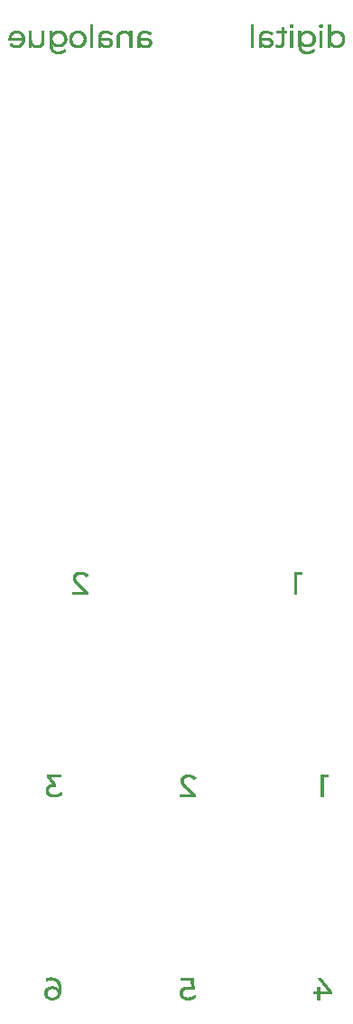
<source format=gbr>
                                                                                                                                                                                                                                                                                                                                                                                                                                                                                                                                                                                                                                                                                                                                                                                                                                                                                                                                                                                                                                                                                                                                                                                                                                                                                                                                                                                                                                                                                                                                                                                                                                                                                                                                                                                                                                                                                                                                                                                                                                                                                                                                                                                                                                                                                                                                                                                                                                                                                                                                                                                                                                                                                                                                                                                                                                                                                                                                                                                                                                                                                                                                                                                                                                                                                                                                                                                                                                                                                                                                                                                                                                                                                                                                                                                                                                                                                                                                                                                                                                                                                                                                                                                                                                                                                                                                                                                                                                                                                                                                                                                                                                                                                                                                                                                                                                                                                                                                                                                                                                                                                                                                                                                                                                                                                                                                                                                                                                                                                                                                                                                                                                                                                                                                                                                                                                                                                                                                                                                                                                                                                                                                                                                                                                                                                                                                                                                                                                                                                                                                                                                                                                                                                                                                                                                                                                                                                                                                                                                                                                                                                                                                                                                                                                                                                                                                                                                                                                                                                                                                                                                                                                                                                                                                                                                                                                                                                                                                                                                                                                                                                                                                                                                                                                                                                                                                                                                                                                                                                                                                                                                                                                                                                                                                                                                                                                                                                                                                                                                                                                                                                                                                                                                                                                                                                                                                                                                                                                                                                                                                                                                                                                                                                                                                                                                                                                                                                                                                                                                                                                                                                                                                                                                                                                                                                                                                                                                                                                                                                                                                                                                                                                                                                                                                                                                                                                                                                                                                                                                                                                                                                                                                                                                                                                                                                                                                                                                                                                                                                                                                                                                                                                                                                                                                                                                                                                                                                                                                                                                                                                                                                                                                                                                                                                                                                                                                                                                                                                                                                                                                                                                                                                                                                                                                                                                                                                                                                                                                                                                                                                                                                                                                                                                                                                                                                                                                                                                                                                                                                                                                                                                                                                                                                                                                                                                                                                                                                                                                                                                                                                                                                                                                                                                                                                                                                                                                                                                                                                                                                                                                                                                                                                                                                                                                                                                                                                                                                                                                                                                                                                                                                                                                                                                                                                                                                                                                                                                                                                                                                                                                                                                                                                                                                                                                                                                                                                                                                                                                                                                                                                                                                                                                                                                                                                                                                                                                                                                                                                                                                                                                                                                                                                                                                                                                                                                                                                                                                                                                                                                                                                                                                                                                                                                                                                                                                                                                                                                                                                                                                                                                                                                                                                                                                                                                                                                                                                                                                                                                                                                                                                                                                                                                                                                                                                                                                                                                                                                                                                                                                                                                                                                                                                                                                                                                                                                                                                                                                                                                                                                                                                                                                                                                                                                                                                                                                                                                                                                                                                                                                                                                                                                                                                                                                                                                                                                                                                                                                                                                                                                                                                                                                                                                                                                                                                                                                                                                                                                                                                                                                                                                                                                                                                                                                                                                                                                                                                                                                                                                                                                                                                                                                                                                                                                                                                                                                                                                                                                                                                                                                                                                                                                                                                                                                                                                                                                                                                                                                                                                                                                                                                                                                                                                                                                                                                                                                                                                                                                                                                                                                                                                                                                                                                                                                                                                                                                                                                                                                                                                                                                                                                                                                                                                                                                                                                                                                                                                                                                                                                                                                                                                                                                                                                                                                                                                                                                                                                                                                                                                                                                                                                                                                                                                                                                                                                                                                                                                                                                                                                                                                                                                                                                                                                                                                                                                                                                                                                                                                                                                                                                                                                                                                                                                                                                                                                                                                                                                                                                                                                                                                                                                                                                                                                                                                                                                                                                                                                                                                                                                                                                                                                                                                                                                                                                                                                                                                                                                                                                                                                                                                                                                                                                                                                                                                                                                                                                                                                                                                                                                                                                                                                                                                                                                                                                                                                                                                                                                                                                                                                                                                                                                                                                                                                                                                                                                                                                                                                                                                                                                                                                                                                                                                                                                                                                                                                                                                                                                                                                                                                                                                                                                                                                                                                                                                                                                                                                                                                                                                                                                                                                                                                                                                                                                                                                                                                                                                                                                                                                                                                                                                                                                                                                                                                                                                                                                                                                                                                                                                                                                                                                                                                                                                                                                                                                                                                                                                                                                                                                                                                                                                                                                                                                                                                                                                                                                                                                                                                                                                                                                                                                                                                                                                                                                                                                                                                                                                                                                                                                                                                                                                                                                                                                                                                                                                                                                                                                                                                                                                                                                                                                                                                                                                                                                                                                                                                                                                                                                                                                                                                                                                                                                                                                                                                                                                                                                                                                                                                                                                                                                                                                                                                                                                                                                                                                                                                                                                                                                                                                                                                                                                                                                                                                                                                                                                                                                                                                                                                                                                                                                                                                                                                                                                                                                                                                                                                                                                                                                                                                                                                                                                                                                                                                                                                                                                                                                                                                                                                                                                                                                                                                                                                                                                                                                                                                                                                                                                                                                                                                                                                                                                                                                                                                                                                                                                                                                                                                                                                                                                                                                                                                                                                                                                                                                                                                                                                                                                                                                                                                                                                                                                                                                                                                                                                                                                                                                                                                                                                                                                                                                                                                                                                                                                                                                                                                                                                                                                                                                                                                                                                                                                                                                                                                                                                                                                                                                                                                                                                                                                                                                                                                                                                                                                                                                                                                                                                                                                                                                                                                                                                                                                                                                                                                                                                                                                                                                                                                                                                                                                                                                                                                                                                                                                                                                                                                                                                                                                                                                                                                                                                                                                                                                                                                                                                                                                                                                                                                                                                                                                                                                                                                                                                                                                                                                                                                                                                                                                                                                                                                                                                                                                                                                                                                                                                                                                                                                                                                                                                                                                                                                                                                                                                                                                                                                                                                                                                                                                                                                                                                                                                                                                                                                                                                                                                                                                                                                                                                                                                                                                                                                                                                                                                                                                                                                                                                                                                                                                                                                                                                                                                                                                                                                                                                                                                                                                                                                                                                                                                                                                                                                                                                                                                                                                                                                                                                                                                                                                                                                                                                                                                                                                                                                                                                                                                                                                                                                                                                                                                                                                                                                                                                                                                                                                                                                                                                                                                                                                                                                                                                                                                                                                                                                                                                                                                                                                                                                                                                                                                                                                                                                                                                                                                                                                                                                                                                                                                                                                                                                                                                                                                                                                                                                                                                                                                                                                                                                                                                                                                                                                                                                                                                                                                                                                                                                                                                                                                                                                                                                                                                                                                                                                                                                                                                                                                                                                                                                                                                                                                                                                                                                                                                                                                                                                                                                                                                                                                                                                                                                                                                                                                                                                                                                                                                                                                                                                                                                                                                                                                                                                                                                                                                                                                                                                                                                                                                                                                                                                                                                                                                                                                                                                                                                                                                                                                                                                                                                                                                                                                                                                                                                                                                                                                                                                                                                                                                                                                                                                                                                                                                                                                                                                                                                                                                                                                                                                                                                                                                                                                                                                                                                                                                                                                                                                                                                                                                                                                                                                                                                                                                                                                                                                                                                                                                                                                                                                                                                                                                                                                                                                                                                                                                                                                                                                                                                                                                                                                                                                                                                                                                                                                                                                                                                                                                                                                                                                                                                                                                                                                                                                                                                                                                                                                                                                                                                                                                                                                                                                                                                                                                                                                                                                                                                                                                                                                                                                                                                                                                                                                                                                                                                                                                                                                                                                                                                                                                                                                                                                                                                                                                                                                                                                                                                                                                                                                                                                                                                                                                                                                                                                                                                                                                                                                                                                                                                                                                                                                                                                                                                                                                                                                                                                                                                                                                                                                                                                                                                                                                                                                                                                                                                                                                                                                                                                                                                                                                                                                                                                                                                                                                                                                                                                                                                                                                                                                                                                                                                                                                                                                                                                                                                                                                                                                                                                                                                                                                                                                                                                                                                                                                                                                                                                                                                                                                                                                                                                                                                                                                                                                                                                                                                                                                                                                                                                                                                                                                                                                                                                                                                                                                                                                                                                                                                                                                                                                                                                                                                                                                                                                                                                                                                                                                                                                                                                                                                                                                                                                                                                                                                                                                                                                                                                                                                                                                                                                                                                                                                                                                                                                                                                                                                                                                                                                                                                                                                                                                                                                                                                                                                                                                                                                                                                                                                                                                                                                                                                                                                                                                                                                                                                                                                                                                                                                                                                                                                                                                                                                                                                                                                                                                                                                                                                                                                                                                                                                                                                                                                                                                                                                                                                                                                                                                                                                                                                                                                                                                                                                                                                                                                                                                                                                                                                                                                                                                                                                                                                                                                                                                                                                                                                                                                                                                                                                                                                                                                                                                                                                                                                                                                                                                                                                                                                                                                                                                                                                                                                                                                                                                                                                                                                                                                                                                                                                                                                                                                                                                                                                                                                                                                                                                                                                                                                                                                                                                                                                                                                                                                                                                                                                                                                                                                                                                                                                                                                                                                                                                                                                                                                                                                                                                                                                                                                                                                                                                                                                                                                                                                                                                                                                                                                                                                                                                                                                                                                                                                                                                                                                                                                                                                                                                                                                                                                                                                                                                                                                                                                                                                                                                                                                                                                                                                                                                                                                                                                                                                                                                                                                                                                                                                                                                                                                                                                                                                                                                                                                                                                                                                                                                                                                                                                                                                                                                                                                                                                                                                                                                                                                                                                                                                                                                                                                                                                                                                                                                                                                                                                                                                                                                                                                                                                                                                                                                                                                                                                                                                                                                                                                                                                                  G04 DesignSpark PCB Gerber Version 9.0 Build 5138 *
%FSLAX35Y35*%
%MOMM*%
%ADD87C,0.02540*%
X0Y0D02*
D02*
D87*
X754020Y2965040D02*
X749140D01*
X744260Y2964650*
X739570Y2964070*
X735080Y2963090*
X730780Y2962110*
X726480Y2960750*
X722380Y2959380*
X718470Y2957620*
X714760Y2955470*
X711250Y2953330*
X707930Y2950980*
X704610Y2948440*
X701870Y2945710*
X699140Y2942780*
X696600Y2939460*
X694260Y2936140*
X692300Y2932620*
X690540Y2929110*
X688980Y2925200*
X687810Y2921290*
X686830Y2917190*
X686050Y2913090*
X685660Y2908600*
Y2904110*
Y2899610*
X686250Y2895120*
X686830Y2890830*
X687810Y2886720*
X689180Y2882620*
X690740Y2878720*
X692500Y2875010*
X694650Y2871290*
X696990Y2867970*
X699530Y2864650*
X702260Y2861720*
X705190Y2858790*
X708510Y2856260*
X711830Y2853720*
X715540Y2851570*
X719450Y2849420*
X723360Y2847660*
X727460Y2846100*
X731760Y2844730*
X736250Y2843760*
X740740Y2842970*
X745230Y2842190*
X750110Y2842000*
X755000Y2841800*
X759880Y2842000*
X764760Y2842190*
X769450Y2842780*
X773940Y2843560*
X778240Y2844340*
X782540Y2845510*
X786640Y2846880*
X790540Y2848440*
X794260Y2850200*
X797970Y2852150*
X801480Y2854300*
X804800Y2856650*
X807930Y2859380*
X811050Y2862110*
X813980Y2865040*
X816720Y2868360*
X821790Y2875400*
X826090Y2883010*
X829800Y2891410*
X832730Y2900400*
X835080Y2910160*
X836830Y2920510*
X837810Y2931650*
X838200Y2943360*
X838010Y2951570*
X837420Y2959580*
X836440Y2967390*
X835270Y2974610*
X833710Y2981650*
X831560Y2988290*
X829220Y2994730*
X826480Y3000790*
X823550Y3006450*
X820230Y3011720*
X816520Y3016800*
X812610Y3021290*
X808510Y3025590*
X804020Y3029500*
X799140Y3033010*
X794060Y3036330*
X788790Y3039070*
X783120Y3041610*
X777460Y3043560*
X771400Y3045320*
X765150Y3046690*
X758900Y3047470*
X752260Y3048050*
X745430Y3048250*
X738010Y3048050*
X730970Y3047660*
X724330Y3046690*
X718280Y3045510*
X712420Y3043950*
X706950Y3042190*
X701870Y3039850*
X697190Y3037310*
X705580Y3020510*
X709490Y3022660*
X713590Y3024610*
X717890Y3026370*
X722770Y3027540*
X727850Y3028720*
X733320Y3029500*
X738980Y3029890*
X745040Y3030080*
X753240Y3029690*
X761050Y3028720*
X768280Y3026960*
X775110Y3024610*
X781360Y3021690*
X787420Y3017970*
X792890Y3013680*
X797770Y3008790*
X802260Y3003130*
X806170Y2996880*
X809490Y2990040*
X812220Y2982620*
X814370Y2974610*
X815740Y2965830*
X816720Y2956650*
X816910Y2946880*
Y2942970*
X816720Y2939070*
X816520Y2934770*
X816130Y2930280*
X814180Y2934380*
X811830Y2938090*
X809100Y2941610*
X806360Y2944930*
X803240Y2948050*
X799720Y2950980*
X796010Y2953520*
X792110Y2955860*
X787810Y2958010*
X783510Y2959970*
X779020Y2961530*
X774330Y2962700*
X769450Y2963870*
X764370Y2964460*
X759290Y2964850*
X754020Y2965040*
X755780Y2859580D02*
X750310Y2859770D01*
X745230Y2860160*
X740350Y2861140*
X735860Y2862510*
X731360Y2864260*
X727460Y2866220*
X723550Y2868760*
X720040Y2871490*
X716720Y2874610*
X713980Y2878130*
X711640Y2881650*
X709690Y2885550*
X708120Y2889650*
X706950Y2894150*
X706360Y2898640*
X706170Y2903520*
X706360Y2908400*
X706950Y2913090*
X708120Y2917390*
X709690Y2921490*
X711640Y2925400*
X713980Y2929110*
X716720Y2932430*
X720040Y2935550*
X723550Y2938290*
X727460Y2940630*
X731560Y2942780*
X736250Y2944340*
X740940Y2945710*
X746010Y2946690*
X751480Y2947270*
X757150Y2947470*
X764760Y2947080*
X771600Y2945900*
X778240Y2944150*
X784290Y2941610*
X789960Y2938480*
X794840Y2934770*
X799140Y2930470*
X802850Y2925590*
X804410Y2923050*
X805780Y2920320*
X806760Y2917580*
X807730Y2914850*
X808510Y2912110*
X809100Y2908990*
X809290Y2906060*
X809490Y2902940*
X809290Y2900200*
X809100Y2897270*
X807930Y2891800*
X805970Y2886530*
X803240Y2881450*
X799720Y2876760*
X795430Y2872660*
X790540Y2868760*
X784880Y2865630*
X778440Y2862900*
X771400Y2860940*
X763980Y2859970*
X755780Y2859580*
X736250Y2843780D02*
X775150D01*
X727300Y2846160D02*
X784490D01*
X721410Y2848540D02*
X790750D01*
X716720Y2850920D02*
X795630D01*
X712550Y2853300D02*
X799850D01*
X709270Y2855680D02*
X803430D01*
X706150Y2858060D02*
X806420D01*
X703540Y2860440D02*
X743840D01*
X767580D02*
X809140D01*
X701240Y2862820D02*
X735060D01*
X778150D02*
X811760D01*
X699110Y2865200D02*
X729490D01*
X783870D02*
X814110D01*
X697290Y2867580D02*
X725370D01*
X788410D02*
X816080D01*
X695590Y2869960D02*
X722010D01*
X792040D02*
X817870D01*
X694040Y2872340D02*
X719140D01*
X795030D02*
X819590D01*
X692670Y2874720D02*
X716630D01*
X797590D02*
X821300D01*
X691510Y2877100D02*
X714780D01*
X799980D02*
X822750D01*
X690440Y2879480D02*
X713080D01*
X801760D02*
X824100D01*
X689480Y2881860D02*
X711530D01*
X803460D02*
X825440D01*
X688640Y2884240D02*
X710340D01*
X804740D02*
X826630D01*
X687840Y2886620D02*
X709280D01*
X806000D02*
X827680D01*
X687270Y2889000D02*
X708370D01*
X806890D02*
X828740D01*
X686760Y2891380D02*
X707670D01*
X807770D02*
X829790D01*
X686430Y2893760D02*
X707050D01*
X808350D02*
X830570D01*
X686120Y2896140D02*
X706690D01*
X808860D02*
X831340D01*
X685800Y2898520D02*
X706380D01*
X809180D02*
X832120D01*
X685660Y2900900D02*
X706270D01*
X809340D02*
X832850D01*
X685660Y2903280D02*
X706180D01*
X809470D02*
X833420D01*
X685660Y2905660D02*
X706250D01*
X809320D02*
X834000D01*
X685660Y2908040D02*
X706350D01*
X809160D02*
X834570D01*
X685820Y2910420D02*
X706610D01*
X808830D02*
X835120D01*
X686020Y2912800D02*
X706910D01*
X808310D02*
X835530D01*
X686450Y2915180D02*
X707520D01*
X807610D02*
X835930D01*
X686920Y2917560D02*
X708190D01*
X806760D02*
X836330D01*
X687490Y2919940D02*
X709100D01*
X805920D02*
X836730D01*
X688120Y2922320D02*
X710100D01*
X804780D02*
X836990D01*
X688830Y2924700D02*
X711290D01*
X803400D02*
X837200D01*
X689730Y2927080D02*
X712700D01*
X801720D02*
X837410D01*
X690720Y2929460D02*
X714270D01*
X799910D02*
X837620D01*
X691910Y2931840D02*
X716230D01*
X797770D02*
X815390D01*
X816270D02*
X837820D01*
X693190Y2934220D02*
X718620D01*
X795390D02*
X814260D01*
X816470D02*
X837900D01*
X694580Y2936600D02*
X721390D01*
X792430D02*
X812770D01*
X816610D02*
X837970D01*
X696260Y2938980D02*
X724700D01*
X789050D02*
X811140D01*
X816720D02*
X838050D01*
X698050Y2941360D02*
X728850D01*
X784740D02*
X809290D01*
X816830D02*
X838130D01*
X700030Y2943740D02*
X734450D01*
X779220D02*
X807340D01*
X816910D02*
X838190D01*
X702280Y2946120D02*
X743060D01*
X770320D02*
X805170D01*
X816910D02*
X838140D01*
X704690Y2948500D02*
X802700D01*
X816880D02*
X838080D01*
X707800Y2950880D02*
X799840D01*
X816830D02*
X838030D01*
X711150Y2953260D02*
X796390D01*
X816790D02*
X837890D01*
X715050Y2955640D02*
X792480D01*
X816740D02*
X837710D01*
X719360Y2958020D02*
X787790D01*
X816570D02*
X837530D01*
X725430Y2960400D02*
X782270D01*
X816320D02*
X837320D01*
X733720Y2962780D02*
X774000D01*
X816070D02*
X837020D01*
X815810Y2965160D02*
X836720D01*
X815470Y2967540D02*
X836420D01*
X815100Y2969920D02*
X836030D01*
X814730Y2972300D02*
X835640D01*
X814350Y2974680D02*
X835250D01*
X813710Y2977060D02*
X834730D01*
X813070Y2979440D02*
X834200D01*
X812430Y2981820D02*
X833650D01*
X811640Y2984200D02*
X832880D01*
X810760Y2986580D02*
X832110D01*
X809890Y2988960D02*
X831320D01*
X808860Y2991340D02*
X830450D01*
X807700Y2993720D02*
X829590D01*
X806550Y2996100D02*
X828600D01*
X805170Y2998480D02*
X827520D01*
X803680Y3000860D02*
X826440D01*
X802170Y3003240D02*
X825210D01*
X800280Y3005620D02*
X823980D01*
X798400Y3008000D02*
X822570D01*
X796180Y3010380D02*
X821070D01*
X793810Y3012760D02*
X819470D01*
X791030Y3015140D02*
X817730D01*
X787990Y3017520D02*
X815890D01*
X784280Y3019900D02*
X813820D01*
X704700Y3022280D02*
X708800D01*
X780100D02*
X811670D01*
X703510Y3024660D02*
X713710D01*
X774960D02*
X809400D01*
X702320Y3027040D02*
X720680D01*
X767950D02*
X806840D01*
X701130Y3029420D02*
X732760D01*
X755410D02*
X804110D01*
X699940Y3031800D02*
X800820D01*
X698750Y3034180D02*
X797350D01*
X697560Y3036560D02*
X793620D01*
X700190Y3038940D02*
X789040D01*
X705060Y3041320D02*
X783770D01*
X711640Y3043700D02*
X776980D01*
X721200Y3046080D02*
X767930D01*
X763060Y4859580D02*
X755440Y4858990D01*
X748220Y4857820*
X741380Y4856260*
X734940Y4854300*
X729270Y4851960*
X723800Y4849220*
X718920Y4845900*
X714620Y4842390*
X710720Y4838290*
X707200Y4833990*
X704470Y4829300*
X702120Y4824420*
X700170Y4819150*
X699000Y4813680*
X698220Y4808010*
X697830Y4801760*
X698020Y4797470*
X698410Y4793360*
X699000Y4789260*
X699970Y4785360*
X701150Y4781650*
X702510Y4777940*
X704270Y4774420*
X706220Y4770900*
X708570Y4767580*
X710910Y4764460*
X713650Y4761530*
X716770Y4758790*
X719900Y4756260*
X723410Y4753910*
X727120Y4751760*
X731220Y4749610*
X735520Y4747860*
X740010Y4746290*
X744700Y4744930*
X749580Y4743760*
X754660Y4742970*
X760130Y4742390*
X765790Y4742000*
X771460Y4741800*
X776930Y4742000*
X782400Y4742190*
X787670Y4742780*
X792940Y4743560*
X798220Y4744540*
X803290Y4745710*
X808180Y4747270*
X813060Y4748830*
X817940Y4750790*
X822440Y4752740*
X826730Y4754890*
X830830Y4757230*
X834540Y4759580*
X838260Y4762310*
X841580Y4765040*
X844700Y4767970*
X834540Y4784380*
X831810Y4781840*
X829080Y4779500*
X825950Y4777150*
X822630Y4775010*
X819110Y4772860*
X815400Y4770900*
X811690Y4769150*
X807590Y4767390*
X803290Y4766020*
X799000Y4764650*
X794510Y4763480*
X790010Y4762510*
X785520Y4761920*
X781030Y4761330*
X776340Y4761140*
X771460Y4760940*
X765400Y4761140*
X759740Y4761530*
X754470Y4762510*
X749390Y4763680*
X744700Y4765240*
X740400Y4767000*
X736500Y4769340*
X732980Y4771880*
X729860Y4774610*
X726930Y4777740*
X724580Y4781060*
X722830Y4784770*
X721260Y4788680*
X720090Y4792780*
X719510Y4797270*
X719310Y4801760*
X719510Y4806450*
X720090Y4810750*
X721260Y4814850*
X722830Y4818760*
X724580Y4822270*
X726930Y4825590*
X729860Y4828520*
X732980Y4831450*
X736500Y4833990*
X740600Y4836140*
X745090Y4837900*
X750170Y4839460*
X755440Y4840630*
X761300Y4841410*
X767550Y4842000*
X774190Y4842190*
X788650*
Y4857620*
X732400Y4927940*
X836300*
Y4946490*
X705640*
Y4931840*
X763060Y4859580*
X749580Y4743780D02*
X794130D01*
X740460Y4746160D02*
X804700D01*
X733850Y4748540D02*
X812150D01*
X728720Y4750920D02*
X818240D01*
X724460Y4753300D02*
X823560D01*
X720770Y4755680D02*
X828110D01*
X717670Y4758060D02*
X832140D01*
X714890Y4760440D02*
X835710D01*
X712440Y4762820D02*
X753120D01*
X791450D02*
X838880D01*
X710360Y4765200D02*
X744800D01*
X800720D02*
X841750D01*
X708570Y4767580D02*
X739430D01*
X808030D02*
X844280D01*
X706890Y4769960D02*
X735640D01*
X813410D02*
X843470D01*
X705420Y4772340D02*
X732450D01*
X818130D02*
X841990D01*
X704120Y4774720D02*
X729760D01*
X822160D02*
X840520D01*
X702930Y4777100D02*
X727530D01*
X825870D02*
X839050D01*
X701950Y4779480D02*
X725700D01*
X829080D02*
X837570D01*
X701080Y4781860D02*
X724200D01*
X831810D02*
X836100D01*
X700330Y4784240D02*
X723080D01*
X834390D02*
X834630D01*
X699660Y4786620D02*
X722090D01*
X699060Y4789000D02*
X721170D01*
X698690Y4791380D02*
X720490D01*
X698370Y4793760D02*
X719960D01*
X698150Y4796140D02*
X719660D01*
X697970Y4798520D02*
X719450D01*
X697870Y4800900D02*
X719350D01*
X697920Y4803280D02*
X719370D01*
X698070Y4805660D02*
X719480D01*
X698220Y4808040D02*
X719720D01*
X698550Y4810420D02*
X720050D01*
X698880Y4812800D02*
X720670D01*
X699320Y4815180D02*
X721390D01*
X699830Y4817560D02*
X722350D01*
X700460Y4819940D02*
X723420D01*
X701340Y4822320D02*
X724620D01*
X702250Y4824700D02*
X726300D01*
X703400Y4827080D02*
X728420D01*
X704560Y4829460D02*
X730860D01*
X705950Y4831840D02*
X733520D01*
X707390Y4834220D02*
X736940D01*
X709340Y4836600D02*
X741770D01*
X711380Y4838980D02*
X748610D01*
X713640Y4841360D02*
X760920D01*
X716270Y4843740D02*
X788650D01*
X719240Y4846120D02*
X788650D01*
X722740Y4848500D02*
X788650D01*
X727110Y4850880D02*
X788650D01*
X732420Y4853260D02*
X788650D01*
X739340Y4855640D02*
X788650D01*
X749450Y4858020D02*
X788330D01*
X762410Y4860400D02*
X786430D01*
X760520Y4862780D02*
X784520D01*
X758630Y4865160D02*
X782620D01*
X756730Y4867540D02*
X780710D01*
X754840Y4869920D02*
X778810D01*
X752950Y4872300D02*
X776910D01*
X751060Y4874680D02*
X775000D01*
X749170Y4877060D02*
X773100D01*
X747280Y4879440D02*
X771200D01*
X745390Y4881820D02*
X769290D01*
X743500Y4884200D02*
X767390D01*
X741600Y4886580D02*
X765480D01*
X739710Y4888960D02*
X763580D01*
X737820Y4891340D02*
X761680D01*
X735930Y4893720D02*
X759770D01*
X734040Y4896100D02*
X757870D01*
X732150Y4898480D02*
X755970D01*
X730260Y4900860D02*
X754060D01*
X728370Y4903240D02*
X752160D01*
X726480Y4905620D02*
X750250D01*
X724580Y4908000D02*
X748350D01*
X722690Y4910380D02*
X746450D01*
X720800Y4912760D02*
X744540D01*
X718910Y4915140D02*
X742640D01*
X717020Y4917520D02*
X740740D01*
X715130Y4919900D02*
X738830D01*
X713240Y4922280D02*
X736930D01*
X711350Y4924660D02*
X735020D01*
X709450Y4927040D02*
X733120D01*
X707560Y4929420D02*
X836300D01*
X705640Y4931800D02*
X836300D01*
X705640Y4934180D02*
X836300D01*
X705640Y4936560D02*
X836300D01*
X705640Y4938940D02*
X836300D01*
X705640Y4941320D02*
X836300D01*
X705640Y4943700D02*
X836300D01*
X705640Y4946080D02*
X836300D01*
X943530Y6662110D02*
Y6643560D01*
X1085910*
Y6658400*
X1001540Y6741020*
X997630Y6744930*
X994110Y6748640*
X990990Y6752150*
X988060Y6755670*
X985520Y6758990*
X983370Y6762110*
X981420Y6765240*
X979860Y6768170*
X977510Y6773830*
X975760Y6779690*
X974580Y6785360*
X974190Y6791220*
X974390Y6795510*
X974970Y6799610*
X975950Y6803520*
X977320Y6807230*
X979080Y6810550*
X981220Y6813680*
X983760Y6816610*
X986500Y6819150*
X989820Y6821490*
X993330Y6823440*
X997240Y6825200*
X1001540Y6826570*
X1006220Y6827740*
X1011110Y6828520*
X1016190Y6829110*
X1021850*
X1030440Y6828910*
X1038650Y6827740*
X1046260Y6825980*
X1053490Y6823440*
X1060130Y6820320*
X1066380Y6816410*
X1072040Y6811920*
X1077320Y6806650*
X1091970Y6819340*
X1089040Y6822660*
X1085720Y6825790*
X1082200Y6828910*
X1078490Y6831650*
X1074580Y6834190*
X1070480Y6836530*
X1066190Y6838870*
X1061690Y6840830*
X1057010Y6842580*
X1052120Y6844150*
X1047240Y6845320*
X1042160Y6846490*
X1036890Y6847270*
X1031420Y6847860*
X1025760Y6848250*
X1020090*
X1012470Y6848050*
X1005440Y6847470*
X998610Y6846290*
X992360Y6844730*
X986300Y6842580*
X980830Y6840040*
X975760Y6837110*
X970870Y6833600*
X966770Y6829890*
X963060Y6825590*
X959940Y6821100*
X957400Y6816220*
X955440Y6811140*
X953880Y6805670*
X953100Y6799610*
X952710Y6793560*
X952900Y6789650*
X953290Y6785750*
X953690Y6781840*
X954470Y6778130*
X955440Y6774420*
X956810Y6770710*
X958180Y6767000*
X959740Y6763290*
X961690Y6759580*
X964040Y6755860*
X966770Y6751760*
X969900Y6747660*
X973410Y6743560*
X977120Y6739070*
X981420Y6734580*
X986110Y6729890*
X1055250Y6662110*
X943530*
Y6643780D02*
X1085910D01*
X943530Y6646160D02*
X1085910D01*
X943530Y6648540D02*
X1085910D01*
X943530Y6650920D02*
X1085910D01*
X943530Y6653300D02*
X1085910D01*
X943530Y6655680D02*
X1085910D01*
X943530Y6658060D02*
X1085910D01*
X943530Y6660440D02*
X1083830D01*
X1054530Y6662820D02*
X1081400D01*
X1052100Y6665200D02*
X1078970D01*
X1049670Y6667580D02*
X1076540D01*
X1047240Y6669960D02*
X1074110D01*
X1044810Y6672340D02*
X1071670D01*
X1042390Y6674720D02*
X1069240D01*
X1039960Y6677100D02*
X1066810D01*
X1037530Y6679480D02*
X1064380D01*
X1035100Y6681860D02*
X1061950D01*
X1032680Y6684240D02*
X1059520D01*
X1030250Y6686620D02*
X1057090D01*
X1027820Y6689000D02*
X1054660D01*
X1025390Y6691380D02*
X1052230D01*
X1022960Y6693760D02*
X1049800D01*
X1020540Y6696140D02*
X1047370D01*
X1018110Y6698520D02*
X1044940D01*
X1015680Y6700900D02*
X1042510D01*
X1013250Y6703280D02*
X1040080D01*
X1010830Y6705660D02*
X1037650D01*
X1008400Y6708040D02*
X1035220D01*
X1005970Y6710420D02*
X1032790D01*
X1003540Y6712800D02*
X1030360D01*
X1001120Y6715180D02*
X1027930D01*
X998690Y6717560D02*
X1025500D01*
X996260Y6719940D02*
X1023070D01*
X993830Y6722320D02*
X1020640D01*
X991400Y6724700D02*
X1018210D01*
X988980Y6727080D02*
X1015780D01*
X986550Y6729460D02*
X1013340D01*
X984160Y6731840D02*
X1010910D01*
X981780Y6734220D02*
X1008480D01*
X979490Y6736600D02*
X1006050D01*
X977210Y6738980D02*
X1003620D01*
X975230Y6741360D02*
X1001200D01*
X973260Y6743740D02*
X998820D01*
X971220Y6746120D02*
X996500D01*
X969260Y6748500D02*
X994240D01*
X967440Y6750880D02*
X992120D01*
X965770Y6753260D02*
X990070D01*
X964190Y6755640D02*
X988080D01*
X962680Y6758020D02*
X986260D01*
X961260Y6760400D02*
X984550D01*
X960010Y6762780D02*
X982950D01*
X958950Y6765160D02*
X981470D01*
X957980Y6767540D02*
X980200D01*
X957100Y6769920D02*
X979130D01*
X956220Y6772300D02*
X978150D01*
X955370Y6774680D02*
X977260D01*
X954750Y6777060D02*
X976550D01*
X954190Y6779440D02*
X975830D01*
X953690Y6781820D02*
X975320D01*
X953450Y6784200D02*
X974820D01*
X953210Y6786580D02*
X974500D01*
X952970Y6788960D02*
X974340D01*
X952820Y6791340D02*
X974200D01*
X952720Y6793720D02*
X974310D01*
X952870Y6796100D02*
X974470D01*
X953030Y6798480D02*
X974810D01*
X953260Y6800860D02*
X975280D01*
X953570Y6803240D02*
X975880D01*
X953870Y6805620D02*
X976730D01*
X954540Y6808000D02*
X977730D01*
X1075970D02*
X1078880D01*
X955220Y6810380D02*
X978990D01*
X1073580D02*
X1081630D01*
X956070Y6812760D02*
X980590D01*
X1070980D02*
X1084370D01*
X956980Y6815140D02*
X982490D01*
X1067980D02*
X1087120D01*
X958080Y6817520D02*
X984740D01*
X1064610D02*
X1089870D01*
X959320Y6819900D02*
X987560D01*
X1060800D02*
X1091480D01*
X960760Y6822280D02*
X991240D01*
X1055960D02*
X1089380D01*
X962410Y6824660D02*
X996040D01*
X1050020D02*
X1086920D01*
X964310Y6827040D02*
X1003420D01*
X1041680D02*
X1084310D01*
X966360Y6829420D02*
X1081510D01*
X968880Y6831800D02*
X1078260D01*
X971680Y6834180D02*
X1074600D01*
X974990Y6836560D02*
X1070420D01*
X978930Y6838940D02*
X1066030D01*
X983590Y6841320D02*
X1060380D01*
X989460Y6843700D02*
X1053520D01*
X997770Y6846080D02*
X1043940D01*
X1621210Y11917270D02*
X1613980Y11917080D01*
X1607150Y11916290*
X1600700Y11915120*
X1594840Y11913560*
X1589180Y11911410*
X1584100Y11908870*
X1579610Y11905750*
X1575310Y11902230*
X1571600Y11898330*
X1568280Y11894030*
X1565540Y11889150*
X1563400Y11883870*
X1561640Y11878010*
X1560470Y11871760*
X1559690Y11865120*
X1559290Y11858090*
Y11763560*
X1579020*
Y11787390*
X1580970Y11784460*
X1582930Y11781720*
X1585270Y11779190*
X1587610Y11776650*
X1590350Y11774500*
X1593280Y11772350*
X1596210Y11770590*
X1599530Y11768830*
X1603040Y11767270*
X1606560Y11765900*
X1610470Y11764730*
X1614370Y11763760*
X1618470Y11762970*
X1622580Y11762580*
X1627070Y11762190*
X1631560*
X1637810Y11762390*
X1643670Y11762780*
X1649330Y11763760*
X1654610Y11765120*
X1659490Y11766880*
X1663980Y11769030*
X1668280Y11771370*
X1672190Y11774300*
X1675700Y11777430*
X1678830Y11780940*
X1681360Y11784460*
X1683510Y11788360*
X1685080Y11792470*
X1686440Y11796960*
X1687030Y11801650*
X1687220Y11806530*
X1687030Y11811220*
X1686440Y11815710*
X1685270Y11820010*
X1683710Y11823910*
X1681760Y11827820*
X1679410Y11831330*
X1676480Y11834650*
X1673160Y11837780*
X1669450Y11840510*
X1665150Y11843050*
X1660270Y11845010*
X1655000Y11846760*
X1649140Y11847940*
X1642690Y11848910*
X1635860Y11849500*
X1628440Y11849690*
X1580000*
Y11859070*
X1580190Y11863760*
X1580580Y11868250*
X1581560Y11872350*
X1582730Y11876260*
X1584290Y11879970*
X1586250Y11883290*
X1588400Y11886220*
X1590940Y11888950*
X1593860Y11891490*
X1597190Y11893440*
X1600700Y11895200*
X1604610Y11896760*
X1608710Y11897740*
X1613200Y11898720*
X1618080Y11899110*
X1623160Y11899300*
X1630390Y11898910*
X1637420Y11898130*
X1644260Y11896570*
X1651090Y11894420*
X1657540Y11891880*
X1663400Y11888760*
X1668860Y11885240*
X1673940Y11881330*
X1683320Y11896760*
X1677070Y11901260*
X1670430Y11905360*
X1663200Y11908870*
X1655390Y11911800*
X1647190Y11914150*
X1638790Y11915900*
X1630000Y11916880*
X1621210Y11917270*
X1628440Y11778400D02*
X1624140D01*
X1620040Y11778790*
X1616130Y11779380*
X1612220Y11780360*
X1608510Y11781530*
X1605000Y11782900*
X1601680Y11784460*
X1598550Y11786220*
X1595430Y11788360*
X1592690Y11790710*
X1590150Y11793250*
X1587610Y11795980*
X1585470Y11799110*
X1583320Y11802230*
X1581560Y11805750*
X1580000Y11809460*
Y11834260*
X1627850*
X1632540*
X1637030Y11833870*
X1641130Y11833290*
X1645040Y11832700*
X1648550Y11831720*
X1651680Y11830550*
X1654610Y11829190*
X1657150Y11827430*
X1659490Y11825670*
X1661440Y11823720*
X1663200Y11821370*
X1664570Y11819030*
X1665540Y11816290*
X1666330Y11813360*
X1666910Y11810440*
Y11807110*
Y11803790*
X1666330Y11800670*
X1665540Y11797740*
X1664370Y11795200*
X1663010Y11792660*
X1661250Y11790120*
X1659290Y11787970*
X1656760Y11786020*
X1654220Y11784260*
X1651290Y11782700*
X1648160Y11781330*
X1644650Y11780160*
X1640940Y11779380*
X1637030Y11778790*
X1632930Y11778400*
X1628440*
X1425700Y11917270D02*
X1418670Y11917080D01*
X1412030Y11916290*
X1405780Y11914930*
X1399920Y11913170*
X1394450Y11910830*
X1389180Y11907900*
X1384490Y11904580*
X1380000Y11900670*
X1376090Y11896180*
X1372580Y11891290*
X1369650Y11886020*
X1367300Y11880160*
X1365350Y11873720*
X1364180Y11867080*
X1363400Y11859650*
X1363010Y11852040*
Y11763560*
X1383710*
Y11849890*
X1383900Y11855750*
X1384290Y11861220*
X1385270Y11866290*
X1386640Y11870980*
X1388200Y11875280*
X1390350Y11879190*
X1392690Y11882900*
X1395620Y11886220*
X1398750Y11889150*
X1402070Y11891690*
X1405970Y11893830*
X1409880Y11895590*
X1414370Y11896960*
X1419060Y11897940*
X1424140Y11898520*
X1429410Y11898720*
X1435470Y11898520*
X1441130Y11897740*
X1446600Y11896570*
X1451480Y11895010*
X1456170Y11893050*
X1460660Y11890510*
X1464760Y11887390*
X1468470Y11884070*
X1471790Y11880160*
X1474720Y11876060*
X1477260Y11871570*
X1479220Y11866690*
X1480780Y11861410*
X1481950Y11855750*
X1482540Y11849890*
X1482930Y11843640*
Y11763560*
X1503440*
Y11916100*
X1483710*
Y11887970*
X1481560Y11891290*
X1479020Y11894610*
X1476480Y11897540*
X1473750Y11900280*
X1470620Y11903010*
X1467500Y11905360*
X1463980Y11907510*
X1460270Y11909650*
X1456560Y11911410*
X1452650Y11912970*
X1448550Y11914340*
X1444260Y11915320*
X1439760Y11916100*
X1435270Y11916690*
X1430580Y11917080*
X1425700Y11917270*
X1253830D02*
X1246600Y11917080D01*
X1239760Y11916290*
X1233320Y11915120*
X1227460Y11913560*
X1221790Y11911410*
X1216720Y11908870*
X1212220Y11905750*
X1207930Y11902230*
X1204220Y11898330*
X1200900Y11894030*
X1198160Y11889150*
X1196010Y11883870*
X1194260Y11878010*
X1193080Y11871760*
X1192300Y11865120*
X1191910Y11858090*
Y11763560*
X1211640*
Y11787390*
X1213590Y11784460*
X1215540Y11781720*
X1217890Y11779190*
X1220230Y11776650*
X1222970Y11774500*
X1225900Y11772350*
X1228830Y11770590*
X1232150Y11768830*
X1235660Y11767270*
X1239180Y11765900*
X1243080Y11764730*
X1246990Y11763760*
X1251090Y11762970*
X1255190Y11762580*
X1259690Y11762190*
X1264180*
X1270430Y11762390*
X1276290Y11762780*
X1281950Y11763760*
X1287220Y11765120*
X1292110Y11766880*
X1296600Y11769030*
X1300900Y11771370*
X1304800Y11774300*
X1308320Y11777430*
X1311440Y11780940*
X1313980Y11784460*
X1316130Y11788360*
X1317690Y11792470*
X1319060Y11796960*
X1319650Y11801650*
X1319840Y11806530*
X1319650Y11811220*
X1319060Y11815710*
X1317890Y11820010*
X1316330Y11823910*
X1314370Y11827820*
X1312030Y11831330*
X1309100Y11834650*
X1305780Y11837780*
X1302070Y11840510*
X1297770Y11843050*
X1292890Y11845010*
X1287610Y11846760*
X1281760Y11847940*
X1275310Y11848910*
X1268470Y11849500*
X1261050Y11849690*
X1212610*
Y11859070*
X1212810Y11863760*
X1213200Y11868250*
X1214180Y11872350*
X1215350Y11876260*
X1216910Y11879970*
X1218860Y11883290*
X1221010Y11886220*
X1223550Y11888950*
X1226480Y11891490*
X1229800Y11893440*
X1233320Y11895200*
X1237220Y11896760*
X1241330Y11897740*
X1245820Y11898720*
X1250700Y11899110*
X1255780Y11899300*
X1263010Y11898910*
X1270040Y11898130*
X1276870Y11896570*
X1283710Y11894420*
X1290150Y11891880*
X1296010Y11888760*
X1301480Y11885240*
X1306560Y11881330*
X1315940Y11896760*
X1309690Y11901260*
X1303040Y11905360*
X1295820Y11908870*
X1288010Y11911800*
X1279800Y11914150*
X1271400Y11915900*
X1262610Y11916880*
X1253830Y11917270*
X1261050Y11778400D02*
X1256760D01*
X1252650Y11778790*
X1248750Y11779380*
X1244840Y11780360*
X1241130Y11781530*
X1237610Y11782900*
X1234290Y11784460*
X1231170Y11786220*
X1228040Y11788360*
X1225310Y11790710*
X1222770Y11793250*
X1220230Y11795980*
X1218080Y11799110*
X1215940Y11802230*
X1214180Y11805750*
X1212610Y11809460*
Y11834260*
X1260470*
X1265150*
X1269650Y11833870*
X1273750Y11833290*
X1277650Y11832700*
X1281170Y11831720*
X1284290Y11830550*
X1287220Y11829190*
X1289760Y11827430*
X1292110Y11825670*
X1294060Y11823720*
X1295820Y11821370*
X1297190Y11819030*
X1298160Y11816290*
X1298940Y11813360*
X1299530Y11810440*
Y11807110*
Y11803790*
X1298940Y11800670*
X1298160Y11797740*
X1296990Y11795200*
X1295620Y11792660*
X1293860Y11790120*
X1291910Y11787970*
X1289370Y11786020*
X1286830Y11784260*
X1283900Y11782700*
X1280780Y11781330*
X1277260Y11780160*
X1273550Y11779380*
X1269650Y11778790*
X1265540Y11778400*
X1261050*
X1136050Y11978790D02*
X1115540D01*
Y11763560*
X1136050*
Y11978790*
X995820Y11762190D02*
X1001290D01*
X1006560Y11762780*
X1011640Y11763560*
X1016720Y11764540*
X1021600Y11765900*
X1026290Y11767660*
X1030970Y11769810*
X1035470Y11772150*
X1039760Y11774690*
X1043860Y11777620*
X1047770Y11780750*
X1051290Y11784070*
X1054610Y11787580*
X1057730Y11791490*
X1060660Y11795400*
X1063400Y11799890*
X1065740Y11804380*
X1067690Y11808870*
X1069450Y11813760*
X1071010Y11818640*
X1071990Y11823720*
X1072770Y11828990*
X1073360Y11834260*
X1073550Y11839930*
X1073360Y11845400*
X1072770Y11850670*
X1071990Y11855940*
X1071010Y11861020*
X1069450Y11865900*
X1067690Y11870790*
X1065740Y11875280*
X1063400Y11879770*
X1060660Y11884070*
X1057730Y11888170*
X1054610Y11892080*
X1051290Y11895590*
X1047770Y11898910*
X1043860Y11902040*
X1039760Y11904770*
X1035470Y11907310*
X1030970Y11909650*
X1026290Y11911800*
X1021600Y11913360*
X1016720Y11914730*
X1011640Y11915900*
X1006560Y11916690*
X1001290Y11917080*
X995820Y11917270*
X990350Y11917080*
X985080Y11916690*
X979800Y11915900*
X974720Y11914730*
X969840Y11913360*
X965150Y11911800*
X960470Y11909650*
X955970Y11907310*
X951680Y11904770*
X947580Y11902040*
X943860Y11898910*
X940150Y11895590*
X936830Y11892080*
X933710Y11888170*
X930970Y11884070*
X928240Y11879770*
X925900Y11875280*
X923940Y11870790*
X922190Y11865900*
X920820Y11861020*
X919650Y11855940*
X918860Y11850670*
X918470Y11845400*
X918280Y11839930*
X918470Y11834260*
X918860Y11828990*
X919650Y11823720*
X920820Y11818640*
X922190Y11813760*
X923940Y11808870*
X925900Y11804380*
X928240Y11799890*
X930970Y11795400*
X933710Y11791490*
X936830Y11787580*
X940150Y11784070*
X943860Y11780750*
X947580Y11777620*
X951680Y11774690*
X955970Y11772150*
X960470Y11769810*
X965150Y11767660*
X969840Y11765900*
X974720Y11764540*
X979800Y11763560*
X985080Y11762780*
X990350Y11762190*
X995820*
Y11780360D02*
X991720Y11780550D01*
X987810Y11780750*
X984100Y11781330*
X980390Y11782310*
X976680Y11783290*
X973360Y11784460*
X969840Y11786020*
X966520Y11787780*
X963400Y11789730*
X960470Y11791880*
X957730Y11794220*
X955190Y11796760*
X952650Y11799500*
X950510Y11802430*
X948360Y11805550*
X946400Y11808870*
X944840Y11812190*
X943280Y11815900*
X942110Y11819610*
X940940Y11823330*
X940150Y11827230*
X939570Y11831330*
X939370Y11835630*
X939180Y11839930*
X939370Y11844030*
X939570Y11848330*
X940150Y11852430*
X940940Y11856330*
X942110Y11860040*
X943280Y11863760*
X944840Y11867470*
X946400Y11870790*
X950510Y11877230*
X955190Y11882900*
X960470Y11887780*
X963400Y11889930*
X966520Y11891880*
X969840Y11893640*
X973360Y11895200*
X976680Y11896370*
X980390Y11897350*
X984100Y11898330*
X987810Y11898910*
X991720Y11899110*
X995820Y11899300*
X999720Y11899110*
X1003630Y11898910*
X1007540Y11898330*
X1011250Y11897350*
X1014760Y11896370*
X1018280Y11895200*
X1021600Y11893640*
X1024920Y11891880*
X1028040Y11889930*
X1030970Y11887780*
X1036440Y11882900*
X1041130Y11877230*
X1045230Y11870790*
X1046990Y11867470*
X1048360Y11863760*
X1049720Y11860040*
X1050700Y11856330*
X1051480Y11852430*
X1052070Y11848330*
X1052460Y11844030*
X1052650Y11839930*
X1052460Y11835630*
X1052070Y11831330*
X1051480Y11827230*
X1050700Y11823330*
X1049720Y11819610*
X1048360Y11815900*
X1046990Y11812190*
X1045230Y11808870*
X1043280Y11805550*
X1041130Y11802430*
X1038980Y11799500*
X1036440Y11796760*
X1033900Y11794220*
X1030970Y11791880*
X1028040Y11789730*
X1024920Y11787780*
X1021600Y11786020*
X1018280Y11784460*
X1014760Y11783290*
X1011250Y11782310*
X1007540Y11781330*
X1003630Y11780750*
X999720Y11780550*
X995820Y11780360*
X735080Y11916100D02*
Y11782110D01*
X735270Y11772740*
X736250Y11763950*
X737610Y11755750*
X739760Y11748330*
X742500Y11741490*
X745620Y11735240*
X749530Y11729580*
X754020Y11724500*
X759100Y11720200*
X764760Y11716290*
X771010Y11713170*
X777850Y11710440*
X785270Y11708480*
X793470Y11706920*
X802070Y11706140*
X811250Y11705750*
X821790Y11706140*
X831950Y11707310*
X836830Y11708290*
X841910Y11709260*
X846600Y11710630*
X851480Y11712000*
X856170Y11713760*
X860470Y11715510*
X864760Y11717470*
X868670Y11719420*
X872380Y11721760*
X875900Y11724110*
X879220Y11726650*
X882340Y11729380*
X871990Y11745010*
X866130Y11740320*
X859690Y11736220*
X852650Y11732700*
X845040Y11729580*
X837030Y11727230*
X828830Y11725470*
X820430Y11724500*
X811830Y11724110*
X804800Y11724300*
X798360Y11724890*
X792300Y11726060*
X786640Y11727430*
X781560Y11729380*
X777070Y11731720*
X772970Y11734460*
X769260Y11737580*
X766130Y11741100*
X763200Y11745200*
X760860Y11749890*
X759100Y11754770*
X757540Y11760240*
X756560Y11766290*
X755780Y11772540*
X755580Y11779580*
Y11798910*
X758120Y11795400*
X760860Y11792080*
X763590Y11788950*
X766720Y11786220*
X769840Y11783480*
X773360Y11781140*
X776870Y11778790*
X780780Y11776840*
X784690Y11775080*
X788590Y11773520*
X792890Y11772350*
X796990Y11771180*
X801480Y11770400*
X805780Y11769810*
X810470Y11769420*
X815150*
X820430*
X825510Y11770010*
X830580Y11770590*
X835660Y11771760*
X840350Y11772940*
X845040Y11774690*
X849720Y11776650*
X854020Y11778790*
X858320Y11781140*
X862420Y11783870*
X866130Y11786800*
X869840Y11790120*
X873160Y11793440*
X876090Y11797150*
X879020Y11801060*
X881560Y11805160*
X883900Y11809460*
X886050Y11813950*
X887810Y11818440*
X889180Y11823330*
X890150Y11828210*
X890940Y11833090*
X891520Y11838360*
X891720Y11843640*
X891520Y11848910*
X890940Y11853990*
X890150Y11859070*
X889180Y11863950*
X887810Y11868640*
X886050Y11873130*
X883900Y11877620*
X881560Y11881920*
X879020Y11886020*
X876090Y11889730*
X873160Y11893440*
X869840Y11896760*
X866330Y11899890*
X862420Y11902820*
X858510Y11905550*
X854220Y11907900*
X849720Y11910240*
X845230Y11912000*
X840540Y11913560*
X835660Y11914930*
X830780Y11915900*
X825700Y11916690*
X820430Y11917080*
X815150Y11917270*
X810270Y11917080*
X805580Y11916690*
X801090Y11916100*
X796600Y11915320*
X792300Y11914150*
X788010Y11912780*
X783900Y11911220*
X780000Y11909460*
X776090Y11907310*
X772580Y11905160*
X769060Y11902620*
X765940Y11899890*
X762810Y11896960*
X759880Y11893830*
X757340Y11890320*
X754800Y11886800*
Y11916100*
X735080*
X813010Y11787580D02*
X808900Y11787780D01*
X805000Y11787970*
X801090Y11788560*
X797380Y11789340*
X793670Y11790320*
X789960Y11791690*
X786640Y11793050*
X783120Y11794810*
X776870Y11798720*
X771400Y11803210*
X766520Y11808480*
X762420Y11814540*
X760660Y11817860*
X759290Y11821180*
X757930Y11824690*
X756950Y11828210*
X756170Y11831920*
X755580Y11835630*
X755190Y11839540*
X755000Y11843640*
X755190Y11847540*
X755580Y11851450*
X756170Y11855160*
X756950Y11858870*
X757930Y11862390*
X759290Y11865900*
X760660Y11869220*
X762420Y11872540*
X766520Y11878400*
X771210Y11883680*
X776870Y11888360*
X783120Y11892080*
X786440Y11893830*
X789760Y11895200*
X793470Y11896570*
X797190Y11897540*
X800900Y11898330*
X804800Y11898910*
X808900Y11899110*
X813010Y11899300*
X817110Y11899110*
X821010Y11898910*
X824920Y11898330*
X828830Y11897540*
X832340Y11896570*
X836050Y11895400*
X839370Y11894030*
X842690Y11892270*
X848940Y11888560*
X854610Y11883870*
X859290Y11878600*
X863400Y11872540*
X865150Y11869420*
X866520Y11865900*
X867890Y11862580*
X868860Y11858870*
X869650Y11855360*
X870230Y11851450*
X870620Y11847540*
X870820Y11843640*
X870620Y11839540*
X870230Y11835630*
X869650Y11831920*
X868860Y11828210*
X867890Y11824690*
X866520Y11821180*
X865150Y11817860*
X863400Y11814540*
X859290Y11808480*
X854610Y11803210*
X848940Y11798720*
X842690Y11794810*
X839370Y11793050*
X836050Y11791690*
X832340Y11790320*
X828830Y11789340*
X824920Y11788560*
X821010Y11787970*
X817110Y11787780*
X813010Y11787580*
X539760Y11916100D02*
Y11763560D01*
X559490*
Y11791490*
X561640Y11787970*
X563980Y11784850*
X566520Y11781720*
X569060Y11778990*
X571990Y11776450*
X575110Y11773910*
X578440Y11771760*
X581760Y11769810*
X585470Y11768050*
X589180Y11766490*
X593080Y11765120*
X596990Y11763950*
X601090Y11763170*
X605390Y11762580*
X609880Y11762190*
X614370*
X621600Y11762390*
X628440Y11763170*
X634880Y11764540*
X640940Y11766290*
X646790Y11768640*
X652070Y11771370*
X656950Y11774890*
X661440Y11778790*
X665540Y11783090*
X669060Y11787970*
X671990Y11793440*
X674330Y11799300*
X676290Y11805750*
X677650Y11812580*
X678440Y11819810*
X678630Y11827620*
Y11916100*
X658120*
Y11829770*
X657930Y11823910*
X657340Y11818440*
X656360Y11813170*
X655190Y11808480*
X653440Y11804190*
X651480Y11800080*
X648940Y11796370*
X646210Y11793050*
X643080Y11790120*
X639570Y11787580*
X635860Y11785440*
X631760Y11783680*
X627460Y11782310*
X622770Y11781330*
X617690Y11780940*
X612220Y11780750*
X606360Y11780940*
X600900Y11781530*
X595620Y11782700*
X590740Y11784260*
X586250Y11786410*
X581950Y11788950*
X577850Y11791880*
X574330Y11795200*
X571010Y11799110*
X568280Y11803400*
X565740Y11807900*
X563790Y11812780*
X562420Y11818050*
X561250Y11823720*
X560660Y11829770*
X560470Y11836020*
Y11916100*
X539760*
X349330Y11833480D02*
X476870D01*
X476290Y11827620*
X475110Y11822150*
X473550Y11816880*
X471400Y11812000*
X468860Y11807310*
X465940Y11802820*
X462610Y11798720*
X458710Y11795010*
X454410Y11791490*
X449920Y11788560*
X445040Y11786020*
X439960Y11784070*
X434490Y11782510*
X429020Y11781330*
X422970Y11780550*
X416910Y11780360*
X409880Y11780750*
X403240Y11781720*
X396790Y11783290*
X390740Y11785440*
X385080Y11788360*
X379610Y11791690*
X374720Y11795790*
X370230Y11800470*
X358510Y11787000*
X363980Y11781330*
X370040Y11776260*
X376680Y11771960*
X383900Y11768440*
X387810Y11766880*
X391720Y11765710*
X395820Y11764540*
X399920Y11763760*
X404220Y11762970*
X408510Y11762580*
X413010Y11762190*
X417500*
X423160*
X428830Y11762780*
X434290Y11763560*
X439570Y11764540*
X444650Y11765900*
X449720Y11767660*
X454410Y11769810*
X459100Y11772150*
X463400Y11774690*
X467690Y11777620*
X471600Y11780750*
X475110Y11784070*
X478630Y11787580*
X481760Y11791490*
X484690Y11795400*
X487420Y11799890*
X489760Y11804380*
X491720Y11808870*
X493470Y11813760*
X495040Y11818640*
X496010Y11823720*
X496790Y11828990*
X497380Y11834260*
X497580Y11839930*
X497380Y11845400*
X496990Y11850670*
X496210Y11855940*
X495040Y11861020*
X493670Y11865900*
X492110Y11870790*
X490150Y11875280*
X487810Y11879770*
X485270Y11884070*
X482540Y11888170*
X479410Y11892080*
X476290Y11895590*
X472770Y11898910*
X469060Y11902040*
X465150Y11904770*
X461050Y11907310*
X456760Y11909650*
X452460Y11911800*
X447770Y11913360*
X443080Y11914730*
X438200Y11915900*
X433320Y11916690*
X428240Y11917080*
X422970Y11917270*
X417690Y11917080*
X412610Y11916690*
X407730Y11915900*
X402850Y11914730*
X398160Y11913360*
X393670Y11911800*
X389180Y11909650*
X384880Y11907310*
X380970Y11904770*
X377070Y11902040*
X373360Y11898910*
X370040Y11895590*
X366720Y11892080*
X363790Y11888360*
X361050Y11884260*
X358510Y11879970*
X356360Y11875470*
X354410Y11870980*
X352650Y11866100*
X351480Y11861220*
X350310Y11856140*
X349530Y11850860*
X349140Y11845400*
X348940Y11839930*
X349330Y11833480*
X422970Y11899500D02*
X428440Y11899300D01*
X433510Y11898720*
X438590Y11897540*
X443280Y11895980*
X447770Y11894030*
X452070Y11891690*
X456170Y11888760*
X459880Y11885440*
X463400Y11881920*
X466520Y11878010*
X469260Y11873720*
X471600Y11869220*
X473550Y11864540*
X475110Y11859650*
X476290Y11854380*
X476870Y11848910*
X368670*
X369450Y11854380*
X370620Y11859650*
X371990Y11864540*
X373940Y11869220*
X376290Y11873720*
X379020Y11878010*
X382150Y11881920*
X385660Y11885440*
X389570Y11888760*
X393670Y11891690*
X397970Y11894030*
X402460Y11895980*
X407340Y11897540*
X412220Y11898720*
X417500Y11899300*
X422970Y11899500*
X796340Y11706660D02*
X826310D01*
X783150Y11709040D02*
X840760D01*
X775390Y11711420D02*
X849410D01*
X769750Y11713800D02*
X856270D01*
X764980Y11716180D02*
X861940D01*
X761470Y11718560D02*
X866950D01*
X758230Y11720940D02*
X871080D01*
X755410Y11723320D02*
X874720D01*
X752960Y11725700D02*
X794160D01*
X829900D02*
X877980D01*
X750860Y11728080D02*
X784950D01*
X839930D02*
X880850D01*
X748920Y11730460D02*
X779490D01*
X847190D02*
X881620D01*
X747280Y11732840D02*
X775390D01*
X852930D02*
X880050D01*
X745620Y11735220D02*
X772070D01*
X857690D02*
X878470D01*
X744440Y11737600D02*
X769240D01*
X861860D02*
X876900D01*
X743250Y11739980D02*
X767130D01*
X865600D02*
X875320D01*
X742150Y11742360D02*
X765230D01*
X868680D02*
X873740D01*
X741200Y11744740D02*
X763530D01*
X871650D02*
X872170D01*
X740240Y11747120D02*
X762240D01*
X739420Y11749500D02*
X761050D01*
X738730Y11751880D02*
X760140D01*
X738040Y11754260D02*
X759280D01*
X737460Y11756640D02*
X758570D01*
X737070Y11759020D02*
X757890D01*
X736670Y11761400D02*
X757350D01*
X399920Y11763780D02*
X435480D01*
X539760D02*
X559490D01*
X597880D02*
X631310D01*
X736280D02*
X756970D01*
X978660D02*
X1012780D01*
X1115540D02*
X1136050D01*
X1191910D02*
X1211640D01*
X1246990D02*
X1282030D01*
X1363010D02*
X1383710D01*
X1482930D02*
X1503440D01*
X1559290D02*
X1579020D01*
X1614370D02*
X1649410D01*
X390220Y11766160D02*
X445400D01*
X539760D02*
X559490D01*
X590120D02*
X640490D01*
X736000D02*
X756580D01*
X969150D02*
X1022290D01*
X1115540D02*
X1136050D01*
X1191910D02*
X1211640D01*
X1238510D02*
X1290110D01*
X1363010D02*
X1383710D01*
X1482930D02*
X1503440D01*
X1559290D02*
X1579020D01*
X1605890D02*
X1657490D01*
X383690Y11768540D02*
X451640D01*
X539760D02*
X559490D01*
X584440D02*
X646540D01*
X735740D02*
X756280D01*
X963230D02*
X1028210D01*
X1115540D02*
X1136050D01*
X1191910D02*
X1211640D01*
X1232800D02*
X1295580D01*
X1363010D02*
X1383710D01*
X1482930D02*
X1503440D01*
X1559290D02*
X1579020D01*
X1600180D02*
X1662960D01*
X378810Y11770920D02*
X456630D01*
X539760D02*
X559490D01*
X579870D02*
X651200D01*
X735470D02*
X755980D01*
X798490D02*
X832010D01*
X958340D02*
X1033100D01*
X1115540D02*
X1136050D01*
X1191910D02*
X1211640D01*
X1228280D02*
X1300070D01*
X1363010D02*
X1383710D01*
X1482930D02*
X1503440D01*
X1559290D02*
X1579020D01*
X1595660D02*
X1667450D01*
X374610Y11773300D02*
X461050D01*
X539760D02*
X559490D01*
X576050D02*
X654750D01*
X735260D02*
X755760D01*
X789400D02*
X841310D01*
X954030D02*
X1037410D01*
X1115540D02*
X1136050D01*
X1191910D02*
X1211640D01*
X1224610D02*
X1303470D01*
X1363010D02*
X1383710D01*
X1482930D02*
X1503440D01*
X1559290D02*
X1579020D01*
X1591990D02*
X1670860D01*
X370940Y11775680D02*
X464850D01*
X539760D02*
X559490D01*
X572940D02*
X657860D01*
X735210D02*
X755690D01*
X783360D02*
X847400D01*
X950290D02*
X1041150D01*
X1115540D02*
X1136050D01*
X1191910D02*
X1211640D01*
X1221470D02*
X1306350D01*
X1363010D02*
X1383710D01*
X1482930D02*
X1503440D01*
X1559290D02*
X1579020D01*
X1588850D02*
X1673740D01*
X367890Y11778060D02*
X468240D01*
X539760D02*
X559490D01*
X570130D02*
X660600D01*
X735160D02*
X755620D01*
X778330D02*
X852550D01*
X947060D02*
X1044410D01*
X1115540D02*
X1136050D01*
X1191910D02*
X1211640D01*
X1218930D02*
X1308880D01*
X1363010D02*
X1383710D01*
X1482930D02*
X1503440D01*
X1559290D02*
X1579020D01*
X1586310D02*
X1676260D01*
X365040Y11780440D02*
X415470D01*
X419460D02*
X471210D01*
X539760D02*
X559490D01*
X567710D02*
X663010D01*
X735110D02*
X755580D01*
X774410D02*
X857040D01*
X944230D02*
X994090D01*
X997460D02*
X1047380D01*
X1115540D02*
X1136050D01*
X1191910D02*
X1211640D01*
X1216730D02*
X1244590D01*
X1278100D02*
X1311000D01*
X1363010D02*
X1383710D01*
X1482930D02*
X1503440D01*
X1559290D02*
X1579020D01*
X1584110D02*
X1611970D01*
X1645490D02*
X1678380D01*
X362540Y11782820D02*
X398720D01*
X435580D02*
X473790D01*
X539760D02*
X559490D01*
X565630D02*
X595240D01*
X629060D02*
X665280D01*
X735080D02*
X755580D01*
X770830D02*
X860840D01*
X941550D02*
X978460D01*
X1013080D02*
X1049960D01*
X1115540D02*
X1136050D01*
X1191910D02*
X1211640D01*
X1214760D02*
X1237820D01*
X1284130D02*
X1312800D01*
X1363010D02*
X1383710D01*
X1482930D02*
X1503440D01*
X1559290D02*
X1579020D01*
X1582140D02*
X1605200D01*
X1651520D02*
X1680180D01*
X360250Y11785200D02*
X391420D01*
X442900D02*
X476240D01*
X539760D02*
X559490D01*
X563720D02*
X588780D01*
X635300D02*
X667060D01*
X735080D02*
X755580D01*
X767880D02*
X864100D01*
X939080D02*
X971690D01*
X1019850D02*
X1052360D01*
X1115540D02*
X1136050D01*
X1191910D02*
X1211640D01*
X1213100D02*
X1232980D01*
X1288190D02*
X1314390D01*
X1363010D02*
X1383710D01*
X1482930D02*
X1503440D01*
X1559290D02*
X1579020D01*
X1580480D02*
X1600360D01*
X1655580D02*
X1681770D01*
X359010Y11787580D02*
X386590D01*
X448040D02*
X478630D01*
X539760D02*
X559490D01*
X561930D02*
X584270D01*
X639570D02*
X668780D01*
X735080D02*
X755580D01*
X765160D02*
X867000D01*
X936830D02*
X966900D01*
X1024540D02*
X1054610D01*
X1115540D02*
X1136050D01*
X1191910D02*
X1229180D01*
X1291400D02*
X1315700D01*
X1363010D02*
X1383710D01*
X1482930D02*
X1503440D01*
X1559290D02*
X1596570D01*
X1658780D02*
X1683080D01*
X361090Y11789960D02*
X382450D01*
X452070D02*
X480540D01*
X539760D02*
X559490D01*
X560420D02*
X580540D01*
X642860D02*
X670130D01*
X735080D02*
X755580D01*
X762710D02*
X795030D01*
X831050D02*
X869660D01*
X934930D02*
X963090D01*
X1028350D02*
X1056510D01*
X1115540D02*
X1136050D01*
X1191910D02*
X1226180D01*
X1293710D02*
X1316740D01*
X1363010D02*
X1383710D01*
X1482930D02*
X1503440D01*
X1559290D02*
X1593560D01*
X1661100D02*
X1684120D01*
X363160Y11792340D02*
X378830D01*
X455450D02*
X482400D01*
X539760D02*
X577360D01*
X645450D02*
X671400D01*
X735080D02*
X755580D01*
X760650D02*
X788370D01*
X837640D02*
X872060D01*
X933110D02*
X959930D01*
X1031550D02*
X1058370D01*
X1115540D02*
X1136050D01*
X1191910D02*
X1223680D01*
X1295400D02*
X1317640D01*
X1363010D02*
X1383710D01*
X1482930D02*
X1503440D01*
X1559290D02*
X1591060D01*
X1662790D02*
X1685030D01*
X365230Y11794720D02*
X376000D01*
X458360D02*
X484180D01*
X539760D02*
X574840D01*
X647580D02*
X672500D01*
X735080D02*
X755580D01*
X758680D02*
X783300D01*
X842520D02*
X874170D01*
X931450D02*
X957230D01*
X1034400D02*
X1060150D01*
X1115540D02*
X1136050D01*
X1191910D02*
X1221400D01*
X1296730D02*
X1318380D01*
X1363010D02*
X1383710D01*
X1482930D02*
X1503440D01*
X1559290D02*
X1588780D01*
X1664110D02*
X1685760D01*
X367300Y11797100D02*
X373460D01*
X460910D02*
X485720D01*
X539760D02*
X572720D01*
X649440D02*
X673450D01*
X735080D02*
X755580D01*
X756890D02*
X779460D01*
X846350D02*
X876050D01*
X929940D02*
X954870D01*
X1036760D02*
X1061700D01*
X1115540D02*
X1136050D01*
X1191910D02*
X1219460D01*
X1297870D02*
X1319080D01*
X1363010D02*
X1383710D01*
X1482930D02*
X1503440D01*
X1559290D02*
X1586840D01*
X1665250D02*
X1686460D01*
X369370Y11799480D02*
X371180D01*
X463230D02*
X487170D01*
X539760D02*
X570770D01*
X651070D02*
X674380D01*
X735080D02*
X775940D01*
X849900D02*
X877840D01*
X928490D02*
X952660D01*
X1038980D02*
X1063150D01*
X1115540D02*
X1136050D01*
X1191910D02*
X1217830D01*
X1298620D02*
X1319380D01*
X1363010D02*
X1383710D01*
X1482930D02*
X1503440D01*
X1559290D02*
X1585220D01*
X1666010D02*
X1686760D01*
X465160Y11801860D02*
X488450D01*
X539760D02*
X569260D01*
X652330D02*
X675110D01*
X735080D02*
X773040D01*
X852910D02*
X879520D01*
X927210D02*
X950930D01*
X1040710D02*
X1064430D01*
X1115540D02*
X1136050D01*
X1191910D02*
X1216190D01*
X1299170D02*
X1319660D01*
X1363010D02*
X1383710D01*
X1482930D02*
X1503440D01*
X1559290D02*
X1583570D01*
X1666550D02*
X1687040D01*
X466860Y11804240D02*
X489690D01*
X539760D02*
X567810D01*
X653460D02*
X675830D01*
X735080D02*
X770450D01*
X855520D02*
X880990D01*
X925970D02*
X949260D01*
X1042380D02*
X1065670D01*
X1115540D02*
X1136050D01*
X1191910D02*
X1214930D01*
X1299530D02*
X1319750D01*
X1363010D02*
X1383710D01*
X1482930D02*
X1503440D01*
X1559290D02*
X1582310D01*
X1666910D02*
X1687130D01*
X468410Y11806620D02*
X490740D01*
X539760D02*
X566460D01*
X654430D02*
X676460D01*
X735080D02*
X768240D01*
X857640D02*
X882350D01*
X924920D02*
X947730D01*
X1043910D02*
X1066710D01*
X1115540D02*
X1136050D01*
X1191910D02*
X1213810D01*
X1299530D02*
X1319840D01*
X1363010D02*
X1383710D01*
X1482930D02*
X1503440D01*
X1559290D02*
X1581190D01*
X1666910D02*
X1687220D01*
X469780Y11809000D02*
X491770D01*
X539760D02*
X565300D01*
X655320D02*
X676940D01*
X735080D02*
X766170D01*
X859640D02*
X883650D01*
X923890D02*
X946340D01*
X1045300D02*
X1067740D01*
X1115540D02*
X1136050D01*
X1191910D02*
X1212800D01*
X1299530D02*
X1319740D01*
X1363010D02*
X1383710D01*
X1482930D02*
X1503440D01*
X1559290D02*
X1580190D01*
X1666910D02*
X1687120D01*
X471060Y11811380D02*
X492620D01*
X539760D02*
X564350D01*
X655910D02*
X677410D01*
X735080D02*
X764560D01*
X861260D02*
X884820D01*
X923040D02*
X945220D01*
X1046560D02*
X1068590D01*
X1115540D02*
X1136050D01*
X1191910D02*
X1212610D01*
X1299340D02*
X1319630D01*
X1363010D02*
X1383710D01*
X1482930D02*
X1503440D01*
X1559290D02*
X1580000D01*
X1666720D02*
X1687010D01*
X472180Y11813760D02*
X493470D01*
X539760D02*
X563540D01*
X656470D02*
X677780D01*
X735080D02*
X762950D01*
X862870D02*
X885960D01*
X922190D02*
X944180D01*
X1047570D02*
X1069450D01*
X1115540D02*
X1136050D01*
X1191910D02*
X1212610D01*
X1298830D02*
X1319320D01*
X1363010D02*
X1383710D01*
X1482930D02*
X1503440D01*
X1559290D02*
X1580000D01*
X1666220D02*
X1686700D01*
X473220Y11816140D02*
X494240D01*
X539760D02*
X562920D01*
X656910D02*
X678040D01*
X735080D02*
X761570D01*
X864240D02*
X886910D01*
X921520D02*
X943200D01*
X1048450D02*
X1070210D01*
X1115540D02*
X1136050D01*
X1191910D02*
X1212610D01*
X1298200D02*
X1318940D01*
X1363010D02*
X1383710D01*
X1482930D02*
X1503440D01*
X1559290D02*
X1580000D01*
X1665580D02*
X1686320D01*
X474040Y11818520D02*
X495000D01*
X539760D02*
X562320D01*
X657350D02*
X678300D01*
X735080D02*
X760390D01*
X865420D02*
X887830D01*
X920850D02*
X942450D01*
X1049320D02*
X1070970D01*
X1115540D02*
X1136050D01*
X1191910D02*
X1212610D01*
X1297370D02*
X1318300D01*
X1363010D02*
X1383710D01*
X1482930D02*
X1503440D01*
X1559290D02*
X1580000D01*
X1664750D02*
X1685680D01*
X474740Y11820900D02*
X495470D01*
X539760D02*
X561830D01*
X657610D02*
X678470D01*
X735080D02*
X759410D01*
X866400D02*
X888500D01*
X920300D02*
X941700D01*
X1050060D02*
X1071450D01*
X1115540D02*
X1136050D01*
X1191910D02*
X1212610D01*
X1296100D02*
X1317530D01*
X1363010D02*
X1383710D01*
X1482930D02*
X1503440D01*
X1559290D02*
X1580000D01*
X1663480D02*
X1684910D01*
X475350Y11823280D02*
X495930D01*
X539760D02*
X561340D01*
X657860D02*
X678520D01*
X735080D02*
X758480D01*
X867340D02*
X889170D01*
X919750D02*
X940960D01*
X1050690D02*
X1071910D01*
X1115540D02*
X1136050D01*
X1191910D02*
X1212610D01*
X1294390D02*
X1316580D01*
X1363010D02*
X1383710D01*
X1482930D02*
X1503440D01*
X1559290D02*
X1580000D01*
X1661770D02*
X1683960D01*
X475870Y11825660D02*
X496300D01*
X539760D02*
X561060D01*
X657990D02*
X678580D01*
X735080D02*
X757660D01*
X868160D02*
X889640D01*
X919360D02*
X940470D01*
X1051170D02*
X1072280D01*
X1115540D02*
X1136050D01*
X1191910D02*
X1212610D01*
X1292110D02*
X1315450D01*
X1363010D02*
X1383710D01*
X1482930D02*
X1503440D01*
X1559290D02*
X1580000D01*
X1659490D02*
X1682840D01*
X476330Y11828040D02*
X496650D01*
X539760D02*
X560830D01*
X658060D02*
X678630D01*
X735080D02*
X757000D01*
X868810D02*
X890120D01*
X919000D02*
X940040D01*
X1051600D02*
X1072630D01*
X1115540D02*
X1136050D01*
X1191910D02*
X1212610D01*
X1288880D02*
X1314220D01*
X1363010D02*
X1383710D01*
X1482930D02*
X1503440D01*
X1559290D02*
X1580000D01*
X1656270D02*
X1681610D01*
X476570Y11830420D02*
X496950D01*
X539760D02*
X560640D01*
X658120D02*
X678630D01*
X735080D02*
X756490D01*
X869330D02*
X890510D01*
X918750D02*
X939700D01*
X1051940D02*
X1072930D01*
X1115540D02*
X1136050D01*
X1191910D02*
X1212610D01*
X1284570D02*
X1312640D01*
X1363010D02*
X1383710D01*
X1482930D02*
X1503440D01*
X1559290D02*
X1580000D01*
X1651960D02*
X1680020D01*
X476800Y11832800D02*
X497220D01*
X539760D02*
X560570D01*
X658120D02*
X678630D01*
X735080D02*
X756030D01*
X869790D02*
X890890D01*
X918580D02*
X939500D01*
X1052200D02*
X1073200D01*
X1115540D02*
X1136050D01*
X1191910D02*
X1212610D01*
X1276990D02*
X1310730D01*
X1363010D02*
X1383710D01*
X1482930D02*
X1503440D01*
X1559290D02*
X1580000D01*
X1644380D02*
X1678110D01*
X349230Y11835180D02*
X497410D01*
X539760D02*
X560500D01*
X658120D02*
X678630D01*
X735080D02*
X755650D01*
X870160D02*
X891170D01*
X918440D02*
X939390D01*
X1052420D02*
X1073390D01*
X1115540D02*
X1136050D01*
X1191910D02*
X1308540D01*
X1363010D02*
X1383710D01*
X1482930D02*
X1503440D01*
X1559290D02*
X1675920D01*
X349080Y11837560D02*
X497500D01*
X539760D02*
X560470D01*
X658120D02*
X678630D01*
X735080D02*
X755390D01*
X870420D02*
X891430D01*
X918360D02*
X939280D01*
X1052550D02*
X1073470D01*
X1115540D02*
X1136050D01*
X1191910D02*
X1306010D01*
X1363010D02*
X1383710D01*
X1482930D02*
X1503440D01*
X1559290D02*
X1673390D01*
X348940Y11839940D02*
X497580D01*
X539760D02*
X560470D01*
X658120D02*
X678630D01*
X735080D02*
X755170D01*
X870640D02*
X891580D01*
X918280D02*
X939180D01*
X1052650D02*
X1073550D01*
X1115540D02*
X1136050D01*
X1191910D02*
X1302840D01*
X1363010D02*
X1383710D01*
X1482930D02*
X1503440D01*
X1559290D02*
X1670220D01*
X349030Y11842320D02*
X497490D01*
X539760D02*
X560470D01*
X658120D02*
X678630D01*
X735080D02*
X755060D01*
X870760D02*
X891670D01*
X918360D02*
X939290D01*
X1052540D02*
X1073470D01*
X1115540D02*
X1136050D01*
X1191910D02*
X1299010D01*
X1363010D02*
X1383710D01*
X1482930D02*
X1503440D01*
X1559290D02*
X1666390D01*
X349110Y11844700D02*
X497410D01*
X539760D02*
X560470D01*
X658120D02*
X678630D01*
X735080D02*
X755050D01*
X870770D02*
X891680D01*
X918450D02*
X939400D01*
X1052400D02*
X1073380D01*
X1115540D02*
X1136050D01*
X1191910D02*
X1293660D01*
X1363010D02*
X1383710D01*
X1482860D02*
X1503440D01*
X1559290D02*
X1661040D01*
X349260Y11847080D02*
X497260D01*
X539760D02*
X560470D01*
X658120D02*
X678630D01*
X735080D02*
X755170D01*
X870640D02*
X891590D01*
X918590D02*
X939510D01*
X1052180D02*
X1073170D01*
X1115540D02*
X1136050D01*
X1191910D02*
X1286020D01*
X1363010D02*
X1383710D01*
X1482720D02*
X1503440D01*
X1559290D02*
X1653410D01*
X349430Y11849460D02*
X368750D01*
X476810D02*
X497080D01*
X539760D02*
X560470D01*
X658120D02*
X678630D01*
X735080D02*
X755380D01*
X870430D02*
X891460D01*
X918770D02*
X939730D01*
X1051910D02*
X1072910D01*
X1115540D02*
X1136050D01*
X1191910D02*
X1270030D01*
X1363010D02*
X1383710D01*
X1482570D02*
X1503440D01*
X1559290D02*
X1637420D01*
X349670Y11851840D02*
X369090D01*
X476560D02*
X496820D01*
X539760D02*
X560470D01*
X658120D02*
X678630D01*
X735080D02*
X755640D01*
X870170D02*
X891190D01*
X919040D02*
X940070D01*
X1051560D02*
X1072600D01*
X1115540D02*
X1136050D01*
X1191910D02*
X1212610D01*
X1363010D02*
X1383770D01*
X1482340D02*
X1503440D01*
X1559290D02*
X1580000D01*
X350030Y11854220D02*
X369430D01*
X476310D02*
X496460D01*
X539760D02*
X560470D01*
X658120D02*
X678630D01*
X735080D02*
X756020D01*
X869820D02*
X890900D01*
X919390D02*
X940510D01*
X1051120D02*
X1072240D01*
X1115540D02*
X1136050D01*
X1191910D02*
X1212610D01*
X1363120D02*
X1383850D01*
X1482100D02*
X1503440D01*
X1559290D02*
X1580000D01*
X350420Y11856600D02*
X369940D01*
X475790D02*
X496060D01*
X539760D02*
X560470D01*
X658120D02*
X678630D01*
X735080D02*
X756470D01*
X869370D02*
X890530D01*
X919800D02*
X941030D01*
X1050630D02*
X1071860D01*
X1115540D02*
X1136050D01*
X1191910D02*
X1212610D01*
X1363240D02*
X1383960D01*
X1481770D02*
X1503440D01*
X1559290D02*
X1580000D01*
X350960Y11858980D02*
X370470D01*
X475260D02*
X495510D01*
X539760D02*
X560470D01*
X658120D02*
X678630D01*
X735080D02*
X756980D01*
X868830D02*
X890160D01*
X920350D02*
X941780D01*
X1050000D02*
X1071400D01*
X1115540D02*
X1136050D01*
X1191960D02*
X1212610D01*
X1363370D02*
X1384130D01*
X1481280D02*
X1503440D01*
X1559340D02*
X1580000D01*
X351510Y11861360D02*
X371100D01*
X474560D02*
X494940D01*
X539760D02*
X560470D01*
X658120D02*
X678630D01*
X735080D02*
X757640D01*
X868210D02*
X889690D01*
X920920D02*
X942530D01*
X1049240D02*
X1070900D01*
X1115540D02*
X1136050D01*
X1192090D02*
X1212710D01*
X1363580D02*
X1384320D01*
X1480790D02*
X1503440D01*
X1559480D02*
X1580090D01*
X352080Y11863740D02*
X371770D01*
X473810D02*
X494280D01*
X539760D02*
X560470D01*
X658120D02*
X678630D01*
X735080D02*
X758450D01*
X867410D02*
X889220D01*
X921580D02*
X943270D01*
X1048360D02*
X1070140D01*
X1115540D02*
X1136050D01*
X1192220D02*
X1212810D01*
X1363830D02*
X1384780D01*
X1480090D02*
X1503440D01*
X1559610D02*
X1580190D01*
X352650Y11866120D02*
X372650D01*
X472890D02*
X493600D01*
X539760D02*
X560470D01*
X658120D02*
X678630D01*
X735080D02*
X759380D01*
X866430D02*
X888550D01*
X922270D02*
X944270D01*
X1047490D02*
X1069370D01*
X1115540D02*
X1136050D01*
X1192420D02*
X1213010D01*
X1364080D02*
X1385240D01*
X1479390D02*
X1503440D01*
X1559810D02*
X1580390D01*
X353520Y11868500D02*
X373640D01*
X471900D02*
X492840D01*
X539760D02*
X560470D01*
X658120D02*
X678630D01*
X735080D02*
X760360D01*
X865510D02*
X887850D01*
X923120D02*
X945320D01*
X1046440D02*
X1068510D01*
X1115540D02*
X1136050D01*
X1192700D02*
X1213260D01*
X1364430D02*
X1385920D01*
X1478490D02*
X1503440D01*
X1560090D02*
X1580640D01*
X354370Y11870880D02*
X374810D01*
X470740D02*
X492070D01*
X539760D02*
X560470D01*
X658120D02*
X678630D01*
X735080D02*
X761540D01*
X864330D02*
X886930D01*
X923980D02*
X946460D01*
X1045170D02*
X1067650D01*
X1115540D02*
X1136050D01*
X1192980D02*
X1213830D01*
X1364850D02*
X1386610D01*
X1477540D02*
X1503440D01*
X1560370D02*
X1581210D01*
X355400Y11873260D02*
X376050D01*
X469500D02*
X491030D01*
X539760D02*
X560470D01*
X658120D02*
X678630D01*
X735080D02*
X762920D01*
X862910D02*
X885990D01*
X925020D02*
X947980D01*
X1043660D02*
X1066620D01*
X1115540D02*
X1136050D01*
X1193360D02*
X1214450D01*
X1365270D02*
X1387470D01*
X1476300D02*
X1503440D01*
X1560750D02*
X1581830D01*
X356440Y11875640D02*
X377510D01*
X468030D02*
X489960D01*
X539760D02*
X560470D01*
X658120D02*
X678630D01*
X735080D02*
X764590D01*
X861300D02*
X884850D01*
X926090D02*
X949500D01*
X1042140D02*
X1065550D01*
X1115540D02*
X1136050D01*
X1193810D02*
X1215160D01*
X1365930D02*
X1388400D01*
X1474960D02*
X1503440D01*
X1561200D02*
X1582540D01*
X357580Y11878020D02*
X379030D01*
X466520D02*
X488720D01*
X539760D02*
X560470D01*
X658120D02*
X678630D01*
X735080D02*
X766250D01*
X859680D02*
X883680D01*
X927330D02*
X951160D01*
X1040480D02*
X1064310D01*
X1115540D02*
X1136050D01*
X1194260D02*
X1216090D01*
X1366650D02*
X1389710D01*
X1473320D02*
X1503440D01*
X1561640D02*
X1583470D01*
X358760Y11880400D02*
X380930D01*
X464610D02*
X487440D01*
X539760D02*
X560470D01*
X658120D02*
X678630D01*
X735080D02*
X768300D01*
X857690D02*
X882390D01*
X928640D02*
X953130D01*
X1038510D02*
X1063000D01*
X1115540D02*
X1136050D01*
X1194970D02*
X1217160D01*
X1367400D02*
X1391110D01*
X1471590D02*
X1503440D01*
X1562360D02*
X1584540D01*
X360170Y11882780D02*
X383010D01*
X462540D02*
X486030D01*
X539760D02*
X560470D01*
X658120D02*
X678630D01*
X735080D02*
X770410D01*
X855580D02*
X881030D01*
X930150D02*
X955090D01*
X1036540D02*
X1061480D01*
X1115540D02*
X1136050D01*
X1195680D02*
X1218560D01*
X1304680D02*
X1307440D01*
X1368350D02*
X1392610D01*
X1469570D02*
X1503440D01*
X1563070D02*
X1585950D01*
X1672060D02*
X1674820D01*
X361650Y11885160D02*
X385380D01*
X460160D02*
X484540D01*
X539760D02*
X560470D01*
X658120D02*
X678630D01*
X735080D02*
X773000D01*
X853050D02*
X879550D01*
X931700D02*
X957640D01*
X1033910D02*
X1059880D01*
X1115540D02*
X1136050D01*
X1196540D02*
X1220230D01*
X1301580D02*
X1308890D01*
X1369310D02*
X1394680D01*
X1467250D02*
X1503440D01*
X1563920D02*
X1587620D01*
X1668960D02*
X1676270D01*
X363240Y11887540D02*
X388130D01*
X457530D02*
X482960D01*
X539760D02*
X560470D01*
X658120D02*
X678630D01*
X735080D02*
X754800D01*
X755330D02*
X775880D01*
X850170D02*
X877820D01*
X933290D02*
X960210D01*
X1031240D02*
X1058180D01*
X1115540D02*
X1136050D01*
X1197500D02*
X1222240D01*
X1297910D02*
X1310340D01*
X1370500D02*
X1397030D01*
X1464560D02*
X1503440D01*
X1564890D02*
X1589630D01*
X1665290D02*
X1677720D01*
X365020Y11889920D02*
X391190D01*
X454550D02*
X481140D01*
X539760D02*
X560470D01*
X658120D02*
X678630D01*
X735080D02*
X754800D01*
X757050D02*
X779490D01*
X846650D02*
X875940D01*
X935110D02*
X963380D01*
X1028040D02*
X1056330D01*
X1115540D02*
X1136050D01*
X1198590D02*
X1224670D01*
X1293830D02*
X1311780D01*
X1371820D02*
X1399760D01*
X1461440D02*
X1482450D01*
X1483710D02*
X1503440D01*
X1565970D02*
X1592060D01*
X1661220D02*
X1679160D01*
X366930Y11892300D02*
X394790D01*
X450950D02*
X479210D01*
X539760D02*
X560470D01*
X658120D02*
X678630D01*
X735080D02*
X754800D01*
X758770D02*
X783540D01*
X842690D02*
X874060D01*
X937040D02*
X967310D01*
X1024130D02*
X1054400D01*
X1115540D02*
X1136050D01*
X1199930D02*
X1227860D01*
X1289090D02*
X1313230D01*
X1373300D02*
X1403180D01*
X1457500D02*
X1480790D01*
X1483710D02*
X1503440D01*
X1567310D02*
X1595240D01*
X1656470D02*
X1680610D01*
X369180Y11894680D02*
X399470D01*
X446270D02*
X477100D01*
X539760D02*
X560470D01*
X658120D02*
X678630D01*
X735080D02*
X754800D01*
X760680D02*
X788500D01*
X837790D02*
X871920D01*
X939290D02*
X972190D01*
X1019390D02*
X1052150D01*
X1115540D02*
X1136050D01*
X1201400D02*
X1232280D01*
X1282880D02*
X1314680D01*
X1375010D02*
X1407860D01*
X1452270D02*
X1478960D01*
X1483710D02*
X1503440D01*
X1568780D02*
X1599660D01*
X1650260D02*
X1682060D01*
X371510Y11897060D02*
X405840D01*
X440030D02*
X474730D01*
X539760D02*
X560470D01*
X658120D02*
X678630D01*
X735080D02*
X754800D01*
X762920D02*
X795350D01*
X830570D02*
X869500D01*
X941790D02*
X979290D01*
X1012290D02*
X1049730D01*
X1115540D02*
X1136050D01*
X1203240D02*
X1238480D01*
X1274720D02*
X1315520D01*
X1376860D02*
X1414850D01*
X1444310D02*
X1476900D01*
X1483710D02*
X1503440D01*
X1570620D02*
X1605870D01*
X1642110D02*
X1682900D01*
X373990Y11899440D02*
X421330D01*
X424610D02*
X472140D01*
X539760D02*
X560470D01*
X658120D02*
X678630D01*
X735080D02*
X754800D01*
X765460D02*
X866830D01*
X944490D02*
X1047110D01*
X1115540D02*
X1136050D01*
X1205280D02*
X1312220D01*
X1378930D02*
X1474590D01*
X1483710D02*
X1503440D01*
X1572660D02*
X1679600D01*
X376810Y11901820D02*
X469320D01*
X539760D02*
X560470D01*
X658120D02*
X678630D01*
X735080D02*
X754800D01*
X768150D02*
X863750D01*
X947320D02*
X1044130D01*
X1115540D02*
X1136050D01*
X1207540D02*
X1308780D01*
X1381320D02*
X1471980D01*
X1483710D02*
X1503440D01*
X1574920D02*
X1676160D01*
X380160Y11904200D02*
X465970D01*
X539760D02*
X560470D01*
X658120D02*
X678630D01*
X735080D02*
X754800D01*
X771250D02*
X860440D01*
X950820D02*
X1040620D01*
X1115540D02*
X1136050D01*
X1210330D02*
X1304920D01*
X1384050D02*
X1469040D01*
X1483710D02*
X1503440D01*
X1577720D02*
X1672310D01*
X383760Y11906580D02*
X462230D01*
X539760D02*
X560470D01*
X658120D02*
X678630D01*
X735080D02*
X754800D01*
X774900D02*
X856630D01*
X954740D02*
X1036700D01*
X1115540D02*
X1136050D01*
X1213420D02*
X1300530D01*
X1387320D02*
X1465500D01*
X1483710D02*
X1503440D01*
X1580800D02*
X1667920D01*
X387910Y11908960D02*
X458020D01*
X539760D02*
X560470D01*
X658120D02*
X678630D01*
X735080D02*
X754800D01*
X779090D02*
X852180D01*
X959140D02*
X1032300D01*
X1115540D02*
X1136050D01*
X1216900D02*
X1295580D01*
X1391090D02*
X1461470D01*
X1483710D02*
X1503440D01*
X1584280D02*
X1662960D01*
X392710Y11911340D02*
X453380D01*
X539760D02*
X560470D01*
X658120D02*
X678630D01*
X735080D02*
X754800D01*
X784220D02*
X846910D01*
X964150D02*
X1027290D01*
X1115540D02*
X1136050D01*
X1221650D02*
X1289240D01*
X1395640D02*
X1456710D01*
X1483710D02*
X1503440D01*
X1589040D02*
X1656620D01*
X399390Y11913720D02*
X446540D01*
X539760D02*
X560470D01*
X658120D02*
X678630D01*
X735080D02*
X754800D01*
X790950D02*
X839970D01*
X971120D02*
X1020320D01*
X1115540D02*
X1136050D01*
X1228060D02*
X1281300D01*
X1401750D02*
X1450410D01*
X1483710D02*
X1503440D01*
X1595440D02*
X1648690D01*
X408970Y11916100D02*
X436960D01*
X801090D02*
X829490D01*
X981140D02*
X1010350D01*
X1115540D02*
X1136050D01*
X1238710D02*
X1269610D01*
X1411160D02*
X1439760D01*
X1606100D02*
X1637000D01*
X1115540Y11918480D02*
X1136050D01*
X1115540Y11920860D02*
X1136050D01*
X1115540Y11923240D02*
X1136050D01*
X1115540Y11925620D02*
X1136050D01*
X1115540Y11928000D02*
X1136050D01*
X1115540Y11930380D02*
X1136050D01*
X1115540Y11932760D02*
X1136050D01*
X1115540Y11935140D02*
X1136050D01*
X1115540Y11937520D02*
X1136050D01*
X1115540Y11939900D02*
X1136050D01*
X1115540Y11942280D02*
X1136050D01*
X1115540Y11944660D02*
X1136050D01*
X1115540Y11947040D02*
X1136050D01*
X1115540Y11949420D02*
X1136050D01*
X1115540Y11951800D02*
X1136050D01*
X1115540Y11954180D02*
X1136050D01*
X1115540Y11956560D02*
X1136050D01*
X1115540Y11958940D02*
X1136050D01*
X1115540Y11961320D02*
X1136050D01*
X1115540Y11963700D02*
X1136050D01*
X1115540Y11966080D02*
X1136050D01*
X1115540Y11968460D02*
X1136050D01*
X1115540Y11970840D02*
X1136050D01*
X1115540Y11973220D02*
X1136050D01*
X1115540Y11975600D02*
X1136050D01*
X1115540Y11977980D02*
X1136050D01*
X2038880Y2963290D02*
X2028140Y2963090D01*
X2018180Y2962310*
X2009000Y2961140*
X2000600Y2959380*
X1992980Y2957230*
X1986150Y2954500*
X1979900Y2951180*
X1974620Y2947470*
X1969740Y2943360*
X1965640Y2938870*
X1962320Y2933790*
X1959390Y2928520*
X1957240Y2922860*
X1955680Y2916800*
X1954700Y2910160*
X1954310Y2903330*
X1954510Y2898830*
X1954900Y2894730*
X1955480Y2890630*
X1956460Y2886530*
X1957630Y2882620*
X1959000Y2878910*
X1960760Y2875200*
X1962710Y2871690*
X1964860Y2868360*
X1967400Y2865040*
X1969940Y2862110*
X1973060Y2859190*
X1976190Y2856650*
X1979700Y2854110*
X1983410Y2851960*
X1987510Y2849810*
X1991610Y2847860*
X1996110Y2846290*
X2000990Y2844930*
X2005870Y2843760*
X2011150Y2842970*
X2016420Y2842390*
X2022080Y2842000*
X2028140Y2841800*
X2033410Y2842000*
X2038880Y2842190*
X2044150Y2842780*
X2049230Y2843560*
X2054310Y2844540*
X2059390Y2845710*
X2064470Y2847270*
X2069350Y2848830*
X2074230Y2850790*
X2078720Y2852740*
X2083020Y2854890*
X2087120Y2857230*
X2090830Y2859580*
X2094350Y2862310*
X2097670Y2865040*
X2100790Y2867970*
X2090640Y2884380*
X2088100Y2881840*
X2085170Y2879500*
X2082240Y2877150*
X2078920Y2875010*
X2075600Y2872860*
X2071890Y2870900*
X2067980Y2869150*
X2064080Y2867390*
X2059780Y2866020*
X2055680Y2864650*
X2051190Y2863480*
X2046890Y2862510*
X2042400Y2861920*
X2037710Y2861330*
X2033020Y2861140*
X2028330Y2860940*
X2022280Y2861140*
X2016420Y2861720*
X2010950Y2862510*
X2006070Y2863680*
X2001190Y2865440*
X1996890Y2867390*
X1992980Y2869540*
X1989270Y2872270*
X1986150Y2875200*
X1983220Y2878330*
X1980870Y2881840*
X1978920Y2885360*
X1977550Y2889260*
X1976380Y2893560*
X1975790Y2897860*
X1975600Y2902350*
X1975790Y2907430*
X1976580Y2912310*
X1977750Y2916610*
X1979510Y2920710*
X1981650Y2924610*
X1984190Y2928130*
X1987510Y2931260*
X1991030Y2933990*
X1995330Y2936530*
X2000210Y2938680*
X2005680Y2940630*
X2011930Y2942000*
X2018760Y2943170*
X2026380Y2944150*
X2034580Y2944540*
X2043370Y2944730*
X2086730*
X2076190Y3046490*
X1965050*
Y3027940*
X2058020*
X2064860Y2963290*
X2038880*
X2005870Y2843780D02*
X2050370D01*
X1996580Y2846160D02*
X2060860D01*
X1990180Y2848540D02*
X2068440D01*
X1985390Y2850920D02*
X2074530D01*
X1981100Y2853300D02*
X2079840D01*
X1977530Y2855680D02*
X2084400D01*
X1974450Y2858060D02*
X2088430D01*
X1971720Y2860440D02*
X2091940D01*
X1969320Y2862820D02*
X2009660D01*
X2048260D02*
X2094970D01*
X1967280Y2865200D02*
X2001860D01*
X2057330D02*
X2097840D01*
X1965460Y2867580D02*
X1996540D01*
X2064500D02*
X2100370D01*
X1963830Y2869960D02*
X1992410D01*
X2069790D02*
X2099560D01*
X1962350Y2872340D02*
X1989200D01*
X2074620D02*
X2098090D01*
X1961030Y2874720D02*
X1986660D01*
X2078470D02*
X2096610D01*
X1959860Y2877100D02*
X1984370D01*
X2082160D02*
X2095140D01*
X1958790Y2879480D02*
X1982450D01*
X2085170D02*
X2093670D01*
X1957910Y2881860D02*
X1980860D01*
X2088100D02*
X2092200D01*
X1957150Y2884240D02*
X1979540D01*
X2090500D02*
X2090730D01*
X1956440Y2886620D02*
X1978480D01*
X1955870Y2889000D02*
X1977640D01*
X1955370Y2891380D02*
X1976970D01*
X1955040Y2893760D02*
X1976350D01*
X1954770Y2896140D02*
X1976030D01*
X1954540Y2898520D02*
X1975760D01*
X1954420Y2900900D02*
X1975660D01*
X1954310Y2903280D02*
X1975630D01*
X1954440Y2905660D02*
X1975720D01*
X1954580Y2908040D02*
X1975890D01*
X1954740Y2910420D02*
X1976270D01*
X1955090Y2912800D02*
X1976710D01*
X1955440Y2915180D02*
X1977360D01*
X1955880Y2917560D02*
X1978160D01*
X1956490Y2919940D02*
X1979180D01*
X1957100Y2922320D02*
X1980390D01*
X1957940Y2924700D02*
X1981710D01*
X1958840Y2927080D02*
X1983430D01*
X1959910Y2929460D02*
X1985600D01*
X1961240Y2931840D02*
X1988260D01*
X1962600Y2934220D02*
X1991420D01*
X1964160Y2936600D02*
X1995490D01*
X1965740Y2938980D02*
X2001050D01*
X1967910Y2941360D02*
X2009010D01*
X1970190Y2943740D02*
X2023190D01*
X1973020Y2946120D02*
X2086590D01*
X1976090Y2948500D02*
X2086340D01*
X1979470Y2950880D02*
X2086090D01*
X1983820Y2953260D02*
X2085850D01*
X1989000Y2955640D02*
X2085600D01*
X1995780Y2958020D02*
X2085350D01*
X2005470Y2960400D02*
X2085110D01*
X2024180Y2962780D02*
X2084860D01*
X2064660Y2965160D02*
X2084610D01*
X2064410Y2967540D02*
X2084370D01*
X2064160Y2969920D02*
X2084120D01*
X2063910Y2972300D02*
X2083870D01*
X2063650Y2974680D02*
X2083630D01*
X2063400Y2977060D02*
X2083380D01*
X2063150Y2979440D02*
X2083130D01*
X2062900Y2981820D02*
X2082890D01*
X2062650Y2984200D02*
X2082640D01*
X2062400Y2986580D02*
X2082400D01*
X2062140Y2988960D02*
X2082150D01*
X2061890Y2991340D02*
X2081900D01*
X2061640Y2993720D02*
X2081660D01*
X2061390Y2996100D02*
X2081410D01*
X2061140Y2998480D02*
X2081160D01*
X2060890Y3000860D02*
X2080920D01*
X2060630Y3003240D02*
X2080670D01*
X2060380Y3005620D02*
X2080420D01*
X2060130Y3008000D02*
X2080180D01*
X2059880Y3010380D02*
X2079930D01*
X2059630Y3012760D02*
X2079680D01*
X2059370Y3015140D02*
X2079440D01*
X2059120Y3017520D02*
X2079190D01*
X2058870Y3019900D02*
X2078940D01*
X2058620Y3022280D02*
X2078700D01*
X2058370Y3024660D02*
X2078450D01*
X2058120Y3027040D02*
X2078200D01*
X1965050Y3029420D02*
X2077960D01*
X1965050Y3031800D02*
X2077710D01*
X1965050Y3034180D02*
X2077470D01*
X1965050Y3036560D02*
X2077220D01*
X1965050Y3038940D02*
X2076970D01*
X1965050Y3041320D02*
X2076730D01*
X1965050Y3043700D02*
X2076480D01*
X1965050Y3046080D02*
X2076230D01*
X1953530Y4762110D02*
Y4743560D01*
X2095910*
Y4758400*
X2011540Y4841020*
X2007630Y4844930*
X2004110Y4848640*
X2000990Y4852150*
X1998060Y4855670*
X1995520Y4858990*
X1993370Y4862110*
X1991420Y4865240*
X1989860Y4868170*
X1987510Y4873830*
X1985760Y4879690*
X1984580Y4885360*
X1984190Y4891220*
X1984390Y4895510*
X1984970Y4899610*
X1985950Y4903520*
X1987320Y4907230*
X1989080Y4910550*
X1991220Y4913680*
X1993760Y4916610*
X1996500Y4919150*
X1999820Y4921490*
X2003330Y4923440*
X2007240Y4925200*
X2011540Y4926570*
X2016220Y4927740*
X2021110Y4928520*
X2026190Y4929110*
X2031850*
X2040440Y4928910*
X2048650Y4927740*
X2056260Y4925980*
X2063490Y4923440*
X2070130Y4920320*
X2076380Y4916410*
X2082040Y4911920*
X2087320Y4906650*
X2101970Y4919340*
X2099040Y4922660*
X2095720Y4925790*
X2092200Y4928910*
X2088490Y4931650*
X2084580Y4934190*
X2080480Y4936530*
X2076190Y4938870*
X2071690Y4940830*
X2067010Y4942580*
X2062120Y4944150*
X2057240Y4945320*
X2052160Y4946490*
X2046890Y4947270*
X2041420Y4947860*
X2035760Y4948250*
X2030090*
X2022470Y4948050*
X2015440Y4947470*
X2008610Y4946290*
X2002360Y4944730*
X1996300Y4942580*
X1990830Y4940040*
X1985760Y4937110*
X1980870Y4933600*
X1976770Y4929890*
X1973060Y4925590*
X1969940Y4921100*
X1967400Y4916220*
X1965440Y4911140*
X1963880Y4905670*
X1963100Y4899610*
X1962710Y4893560*
X1962900Y4889650*
X1963290Y4885750*
X1963690Y4881840*
X1964470Y4878130*
X1965440Y4874420*
X1966810Y4870710*
X1968180Y4867000*
X1969740Y4863290*
X1971690Y4859580*
X1974040Y4855860*
X1976770Y4851760*
X1979900Y4847660*
X1983410Y4843560*
X1987120Y4839070*
X1991420Y4834580*
X1996110Y4829890*
X2065250Y4762110*
X1953530*
Y4743780D02*
X2095910D01*
X1953530Y4746160D02*
X2095910D01*
X1953530Y4748540D02*
X2095910D01*
X1953530Y4750920D02*
X2095910D01*
X1953530Y4753300D02*
X2095910D01*
X1953530Y4755680D02*
X2095910D01*
X1953530Y4758060D02*
X2095910D01*
X1953530Y4760440D02*
X2093830D01*
X2064530Y4762820D02*
X2091400D01*
X2062100Y4765200D02*
X2088970D01*
X2059670Y4767580D02*
X2086540D01*
X2057240Y4769960D02*
X2084110D01*
X2054810Y4772340D02*
X2081670D01*
X2052390Y4774720D02*
X2079240D01*
X2049960Y4777100D02*
X2076810D01*
X2047530Y4779480D02*
X2074380D01*
X2045100Y4781860D02*
X2071950D01*
X2042680Y4784240D02*
X2069520D01*
X2040250Y4786620D02*
X2067090D01*
X2037820Y4789000D02*
X2064660D01*
X2035390Y4791380D02*
X2062230D01*
X2032960Y4793760D02*
X2059800D01*
X2030540Y4796140D02*
X2057370D01*
X2028110Y4798520D02*
X2054940D01*
X2025680Y4800900D02*
X2052510D01*
X2023250Y4803280D02*
X2050080D01*
X2020830Y4805660D02*
X2047650D01*
X2018400Y4808040D02*
X2045220D01*
X2015970Y4810420D02*
X2042790D01*
X2013540Y4812800D02*
X2040360D01*
X2011120Y4815180D02*
X2037930D01*
X2008690Y4817560D02*
X2035500D01*
X2006260Y4819940D02*
X2033070D01*
X2003830Y4822320D02*
X2030640D01*
X2001400Y4824700D02*
X2028210D01*
X1998980Y4827080D02*
X2025780D01*
X1996550Y4829460D02*
X2023340D01*
X1994160Y4831840D02*
X2020910D01*
X1991780Y4834220D02*
X2018480D01*
X1989490Y4836600D02*
X2016050D01*
X1987210Y4838980D02*
X2013620D01*
X1985230Y4841360D02*
X2011200D01*
X1983260Y4843740D02*
X2008820D01*
X1981220Y4846120D02*
X2006500D01*
X1979260Y4848500D02*
X2004240D01*
X1977440Y4850880D02*
X2002120D01*
X1975770Y4853260D02*
X2000070D01*
X1974190Y4855640D02*
X1998080D01*
X1972680Y4858020D02*
X1996260D01*
X1971260Y4860400D02*
X1994550D01*
X1970010Y4862780D02*
X1992950D01*
X1968950Y4865160D02*
X1991470D01*
X1967980Y4867540D02*
X1990200D01*
X1967100Y4869920D02*
X1989130D01*
X1966220Y4872300D02*
X1988150D01*
X1965370Y4874680D02*
X1987260D01*
X1964750Y4877060D02*
X1986550D01*
X1964190Y4879440D02*
X1985830D01*
X1963690Y4881820D02*
X1985320D01*
X1963450Y4884200D02*
X1984820D01*
X1963210Y4886580D02*
X1984500D01*
X1962970Y4888960D02*
X1984340D01*
X1962820Y4891340D02*
X1984200D01*
X1962720Y4893720D02*
X1984310D01*
X1962870Y4896100D02*
X1984470D01*
X1963030Y4898480D02*
X1984810D01*
X1963260Y4900860D02*
X1985280D01*
X1963570Y4903240D02*
X1985880D01*
X1963870Y4905620D02*
X1986730D01*
X1964540Y4908000D02*
X1987730D01*
X2085970D02*
X2088880D01*
X1965220Y4910380D02*
X1988990D01*
X2083580D02*
X2091630D01*
X1966070Y4912760D02*
X1990590D01*
X2080980D02*
X2094370D01*
X1966980Y4915140D02*
X1992490D01*
X2077980D02*
X2097120D01*
X1968080Y4917520D02*
X1994740D01*
X2074610D02*
X2099870D01*
X1969320Y4919900D02*
X1997560D01*
X2070800D02*
X2101480D01*
X1970760Y4922280D02*
X2001240D01*
X2065960D02*
X2099380D01*
X1972410Y4924660D02*
X2006040D01*
X2060020D02*
X2096920D01*
X1974310Y4927040D02*
X2013420D01*
X2051680D02*
X2094310D01*
X1976360Y4929420D02*
X2091510D01*
X1978880Y4931800D02*
X2088260D01*
X1981680Y4934180D02*
X2084600D01*
X1984990Y4936560D02*
X2080420D01*
X1988930Y4938940D02*
X2076030D01*
X1993590Y4941320D02*
X2070380D01*
X1999460Y4943700D02*
X2063520D01*
X2007770Y4946080D02*
X2053940D01*
X3025950Y6846490D02*
Y6643560D01*
X3046850*
Y6827940*
X3094700*
Y6846490*
X3025950*
Y6643780D02*
X3046850D01*
X3025950Y6646160D02*
X3046850D01*
X3025950Y6648540D02*
X3046850D01*
X3025950Y6650920D02*
X3046850D01*
X3025950Y6653300D02*
X3046850D01*
X3025950Y6655680D02*
X3046850D01*
X3025950Y6658060D02*
X3046850D01*
X3025950Y6660440D02*
X3046850D01*
X3025950Y6662820D02*
X3046850D01*
X3025950Y6665200D02*
X3046850D01*
X3025950Y6667580D02*
X3046850D01*
X3025950Y6669960D02*
X3046850D01*
X3025950Y6672340D02*
X3046850D01*
X3025950Y6674720D02*
X3046850D01*
X3025950Y6677100D02*
X3046850D01*
X3025950Y6679480D02*
X3046850D01*
X3025950Y6681860D02*
X3046850D01*
X3025950Y6684240D02*
X3046850D01*
X3025950Y6686620D02*
X3046850D01*
X3025950Y6689000D02*
X3046850D01*
X3025950Y6691380D02*
X3046850D01*
X3025950Y6693760D02*
X3046850D01*
X3025950Y6696140D02*
X3046850D01*
X3025950Y6698520D02*
X3046850D01*
X3025950Y6700900D02*
X3046850D01*
X3025950Y6703280D02*
X3046850D01*
X3025950Y6705660D02*
X3046850D01*
X3025950Y6708040D02*
X3046850D01*
X3025950Y6710420D02*
X3046850D01*
X3025950Y6712800D02*
X3046850D01*
X3025950Y6715180D02*
X3046850D01*
X3025950Y6717560D02*
X3046850D01*
X3025950Y6719940D02*
X3046850D01*
X3025950Y6722320D02*
X3046850D01*
X3025950Y6724700D02*
X3046850D01*
X3025950Y6727080D02*
X3046850D01*
X3025950Y6729460D02*
X3046850D01*
X3025950Y6731840D02*
X3046850D01*
X3025950Y6734220D02*
X3046850D01*
X3025950Y6736600D02*
X3046850D01*
X3025950Y6738980D02*
X3046850D01*
X3025950Y6741360D02*
X3046850D01*
X3025950Y6743740D02*
X3046850D01*
X3025950Y6746120D02*
X3046850D01*
X3025950Y6748500D02*
X3046850D01*
X3025950Y6750880D02*
X3046850D01*
X3025950Y6753260D02*
X3046850D01*
X3025950Y6755640D02*
X3046850D01*
X3025950Y6758020D02*
X3046850D01*
X3025950Y6760400D02*
X3046850D01*
X3025950Y6762780D02*
X3046850D01*
X3025950Y6765160D02*
X3046850D01*
X3025950Y6767540D02*
X3046850D01*
X3025950Y6769920D02*
X3046850D01*
X3025950Y6772300D02*
X3046850D01*
X3025950Y6774680D02*
X3046850D01*
X3025950Y6777060D02*
X3046850D01*
X3025950Y6779440D02*
X3046850D01*
X3025950Y6781820D02*
X3046850D01*
X3025950Y6784200D02*
X3046850D01*
X3025950Y6786580D02*
X3046850D01*
X3025950Y6788960D02*
X3046850D01*
X3025950Y6791340D02*
X3046850D01*
X3025950Y6793720D02*
X3046850D01*
X3025950Y6796100D02*
X3046850D01*
X3025950Y6798480D02*
X3046850D01*
X3025950Y6800860D02*
X3046850D01*
X3025950Y6803240D02*
X3046850D01*
X3025950Y6805620D02*
X3046850D01*
X3025950Y6808000D02*
X3046850D01*
X3025950Y6810380D02*
X3046850D01*
X3025950Y6812760D02*
X3046850D01*
X3025950Y6815140D02*
X3046850D01*
X3025950Y6817520D02*
X3046850D01*
X3025950Y6819900D02*
X3046850D01*
X3025950Y6822280D02*
X3046850D01*
X3025950Y6824660D02*
X3046850D01*
X3025950Y6827040D02*
X3046850D01*
X3025950Y6829420D02*
X3094700D01*
X3025950Y6831800D02*
X3094700D01*
X3025950Y6834180D02*
X3094700D01*
X3025950Y6836560D02*
X3094700D01*
X3025950Y6838940D02*
X3094700D01*
X3025950Y6841320D02*
X3094700D01*
X3025950Y6843700D02*
X3094700D01*
X3025950Y6846080D02*
X3094700D01*
X3343270Y11978790D02*
Y11763560D01*
X3363000*
Y11793640*
X3365340Y11789930*
X3368080Y11786410*
X3370810Y11783290*
X3373740Y11780160*
X3376860Y11777230*
X3380380Y11774690*
X3383900Y11772350*
X3387610Y11770200*
X3391320Y11768250*
X3395420Y11766690*
X3399520Y11765320*
X3403820Y11764150*
X3408110Y11763170*
X3412610Y11762580*
X3417100Y11762190*
X3421980*
X3427260*
X3432330Y11762780*
X3437410Y11763560*
X3442290Y11764540*
X3447180Y11765900*
X3451860Y11767660*
X3456360Y11769610*
X3460850Y11771960*
X3464950Y11774500*
X3469050Y11777430*
X3472760Y11780360*
X3476280Y11783680*
X3479600Y11787390*
X3482720Y11791100*
X3485460Y11795200*
X3488000Y11799500*
X3490340Y11803990*
X3492290Y11808680*
X3494050Y11813560*
X3495420Y11818440*
X3496590Y11823520*
X3497180Y11828790*
X3497760Y11834260*
X3497960Y11839930*
X3497760Y11845400*
X3497180Y11850860*
X3496590Y11856140*
X3495420Y11861220*
X3494050Y11866100*
X3492290Y11870980*
X3490340Y11875670*
X3488000Y11880160*
X3485460Y11884460*
X3482720Y11888560*
X3479600Y11892270*
X3476280Y11895790*
X3472760Y11899110*
X3469050Y11902230*
X3464950Y11904970*
X3460850Y11907510*
X3456360Y11909850*
X3451860Y11911800*
X3447180Y11913560*
X3442290Y11914730*
X3437410Y11915900*
X3432330Y11916690*
X3427260Y11917080*
X3421980Y11917270*
X3417290Y11917080*
X3412800Y11916690*
X3408510Y11916100*
X3404210Y11915320*
X3400110Y11914340*
X3396010Y11912970*
X3392290Y11911410*
X3388390Y11909650*
X3384680Y11907510*
X3381360Y11905360*
X3378040Y11902820*
X3374720Y11900080*
X3371790Y11897150*
X3369050Y11894030*
X3366320Y11890710*
X3363970Y11887190*
Y11978790*
X3343270*
X3420220Y11780360D02*
X3416320Y11780550D01*
X3412410Y11780750*
X3408700Y11781330*
X3404990Y11782310*
X3401470Y11783290*
X3397960Y11784460*
X3394640Y11786020*
X3391320Y11787780*
X3388190Y11789730*
X3385260Y11791880*
X3382330Y11794220*
X3379790Y11796760*
X3377260Y11799500*
X3375110Y11802430*
X3372960Y11805550*
X3371010Y11808870*
X3369250Y11812190*
X3367690Y11815900*
X3366510Y11819610*
X3365540Y11823330*
X3364560Y11827230*
X3364170Y11831330*
X3363780Y11835630*
X3363580Y11839930*
X3363780Y11844030*
X3364170Y11848330*
X3364560Y11852430*
X3365540Y11856330*
X3366510Y11860040*
X3367690Y11863760*
X3369250Y11867470*
X3371010Y11870790*
X3375110Y11877230*
X3379790Y11882900*
X3385260Y11887780*
X3388190Y11889930*
X3391320Y11891880*
X3394640Y11893640*
X3397960Y11895200*
X3401470Y11896370*
X3404990Y11897350*
X3408700Y11898330*
X3412410Y11898910*
X3416320Y11899110*
X3420220Y11899300*
X3424130Y11899110*
X3428040Y11898910*
X3431940Y11898330*
X3435650Y11897350*
X3439170Y11896370*
X3442690Y11895200*
X3446010Y11893640*
X3449330Y11891880*
X3452450Y11889930*
X3455380Y11887780*
X3460850Y11882900*
X3465540Y11877230*
X3469640Y11870790*
X3471400Y11867470*
X3472760Y11863760*
X3474130Y11860040*
X3475110Y11856330*
X3475890Y11852430*
X3476470Y11848330*
X3476860Y11844030*
X3477060Y11839930*
X3476860Y11835630*
X3476470Y11831330*
X3475890Y11827230*
X3475110Y11823330*
X3474130Y11819610*
X3472760Y11815900*
X3471400Y11812190*
X3469640Y11808870*
X3467690Y11805550*
X3465540Y11802430*
X3463390Y11799500*
X3460850Y11796760*
X3458310Y11794220*
X3455380Y11791880*
X3452450Y11789730*
X3449330Y11787780*
X3446010Y11786020*
X3442690Y11784460*
X3439170Y11783290*
X3435650Y11782310*
X3431940Y11781330*
X3428040Y11780750*
X3424130Y11780550*
X3420220Y11780360*
X3285850Y11916100D02*
X3265340D01*
Y11763560*
X3285850*
Y11916100*
X3275500Y11949500D02*
X3278430Y11949690D01*
X3281360Y11950470*
X3283900Y11951840*
X3286040Y11953790*
X3288000Y11956140*
X3289360Y11958680*
X3290150Y11961410*
X3290540Y11964340*
X3290150Y11967080*
X3289360Y11969610*
X3288000Y11972150*
X3286040Y11974500*
X3283900Y11976260*
X3281360Y11977620*
X3278430Y11978400*
X3275500Y11978790*
X3272370Y11978400*
X3269440Y11977620*
X3266900Y11976450*
X3264760Y11974500*
X3262800Y11972350*
X3261440Y11970010*
X3260650Y11967270*
X3260260Y11964540*
X3260650Y11961410*
X3261440Y11958680*
X3262800Y11956140*
X3264760Y11953790*
X3266900Y11951840*
X3269440Y11950470*
X3272370Y11949690*
X3275500Y11949500*
X3066710Y11916100D02*
Y11782110D01*
X3066900Y11772740*
X3067880Y11763950*
X3069250Y11755750*
X3071400Y11748330*
X3074130Y11741490*
X3077260Y11735240*
X3081160Y11729580*
X3085650Y11724500*
X3090730Y11720200*
X3096400Y11716290*
X3102650Y11713170*
X3109480Y11710440*
X3116900Y11708480*
X3125110Y11706920*
X3133700Y11706140*
X3142880Y11705750*
X3153430Y11706140*
X3163580Y11707310*
X3168470Y11708290*
X3173540Y11709260*
X3178230Y11710630*
X3183110Y11712000*
X3187800Y11713760*
X3192100Y11715510*
X3196400Y11717470*
X3200300Y11719420*
X3204010Y11721760*
X3207530Y11724110*
X3210850Y11726650*
X3213970Y11729380*
X3203620Y11745010*
X3197760Y11740320*
X3191320Y11736220*
X3184290Y11732700*
X3176670Y11729580*
X3168660Y11727230*
X3160460Y11725470*
X3152060Y11724500*
X3143470Y11724110*
X3136440Y11724300*
X3129990Y11724890*
X3123940Y11726060*
X3118270Y11727430*
X3113190Y11729380*
X3108700Y11731720*
X3104600Y11734460*
X3100890Y11737580*
X3097760Y11741100*
X3094830Y11745200*
X3092490Y11749890*
X3090730Y11754770*
X3089170Y11760240*
X3088190Y11766290*
X3087410Y11772540*
X3087220Y11779580*
Y11798910*
X3089760Y11795400*
X3092490Y11792080*
X3095220Y11788950*
X3098350Y11786220*
X3101470Y11783480*
X3104990Y11781140*
X3108510Y11778790*
X3112410Y11776840*
X3116320Y11775080*
X3120220Y11773520*
X3124520Y11772350*
X3128620Y11771180*
X3133110Y11770400*
X3137410Y11769810*
X3142100Y11769420*
X3146790*
X3152060*
X3157140Y11770010*
X3162220Y11770590*
X3167290Y11771760*
X3171980Y11772940*
X3176670Y11774690*
X3181360Y11776650*
X3185650Y11778790*
X3189950Y11781140*
X3194050Y11783870*
X3197760Y11786800*
X3201470Y11790120*
X3204790Y11793440*
X3207720Y11797150*
X3210650Y11801060*
X3213190Y11805160*
X3215540Y11809460*
X3217690Y11813950*
X3219440Y11818440*
X3220810Y11823330*
X3221790Y11828210*
X3222570Y11833090*
X3223150Y11838360*
X3223350Y11843640*
X3223150Y11848910*
X3222570Y11853990*
X3221790Y11859070*
X3220810Y11863950*
X3219440Y11868640*
X3217690Y11873130*
X3215540Y11877620*
X3213190Y11881920*
X3210650Y11886020*
X3207720Y11889730*
X3204790Y11893440*
X3201470Y11896760*
X3197960Y11899890*
X3194050Y11902820*
X3190150Y11905550*
X3185850Y11907900*
X3181360Y11910240*
X3176860Y11912000*
X3172180Y11913560*
X3167290Y11914930*
X3162410Y11915900*
X3157330Y11916690*
X3152060Y11917080*
X3146790Y11917270*
X3141900Y11917080*
X3137220Y11916690*
X3132720Y11916100*
X3128230Y11915320*
X3123940Y11914150*
X3119640Y11912780*
X3115540Y11911220*
X3111630Y11909460*
X3107720Y11907310*
X3104210Y11905160*
X3100690Y11902620*
X3097570Y11899890*
X3094440Y11896960*
X3091510Y11893830*
X3088970Y11890320*
X3086440Y11886800*
Y11916100*
X3066710*
X3144640Y11787580D02*
X3140540Y11787780D01*
X3136630Y11787970*
X3132720Y11788560*
X3129010Y11789340*
X3125300Y11790320*
X3121590Y11791690*
X3118270Y11793050*
X3114760Y11794810*
X3108510Y11798720*
X3103040Y11803210*
X3098150Y11808480*
X3094050Y11814540*
X3092290Y11817860*
X3090930Y11821180*
X3089560Y11824690*
X3088580Y11828210*
X3087800Y11831920*
X3087220Y11835630*
X3086830Y11839540*
X3086630Y11843640*
X3086830Y11847540*
X3087220Y11851450*
X3087800Y11855160*
X3088580Y11858870*
X3089560Y11862390*
X3090930Y11865900*
X3092290Y11869220*
X3094050Y11872540*
X3098150Y11878400*
X3102840Y11883680*
X3108510Y11888360*
X3114760Y11892080*
X3118080Y11893830*
X3121400Y11895200*
X3125110Y11896570*
X3128820Y11897540*
X3132530Y11898330*
X3136440Y11898910*
X3140540Y11899110*
X3144640Y11899300*
X3148740Y11899110*
X3152650Y11898910*
X3156550Y11898330*
X3160460Y11897540*
X3163970Y11896570*
X3167690Y11895400*
X3171010Y11894030*
X3174330Y11892270*
X3180580Y11888560*
X3186240Y11883870*
X3190930Y11878600*
X3195030Y11872540*
X3196790Y11869420*
X3198150Y11865900*
X3199520Y11862580*
X3200500Y11858870*
X3201280Y11855360*
X3201860Y11851450*
X3202260Y11847540*
X3202450Y11843640*
X3202260Y11839540*
X3201860Y11835630*
X3201280Y11831920*
X3200500Y11828210*
X3199520Y11824690*
X3198150Y11821180*
X3196790Y11817860*
X3195030Y11814540*
X3190930Y11808480*
X3186240Y11803210*
X3180580Y11798720*
X3174330Y11794810*
X3171010Y11793050*
X3167690Y11791690*
X3163970Y11790320*
X3160460Y11789340*
X3156550Y11788560*
X3152650Y11787970*
X3148740Y11787780*
X3144640Y11787580*
X3008900Y11916100D02*
X2988390D01*
Y11763560*
X3008900*
Y11916100*
X2998540Y11949500D02*
X3001470Y11949690D01*
X3004400Y11950470*
X3006940Y11951840*
X3009090Y11953790*
X3011040Y11956140*
X3012410Y11958680*
X3013190Y11961410*
X3013580Y11964340*
X3013190Y11967080*
X3012410Y11969610*
X3011040Y11972150*
X3009090Y11974500*
X3006940Y11976260*
X3004400Y11977620*
X3001470Y11978400*
X2998540Y11978790*
X2995420Y11978400*
X2992490Y11977620*
X2989950Y11976450*
X2987800Y11974500*
X2985850Y11972350*
X2984480Y11970010*
X2983700Y11967270*
X2983310Y11964540*
X2983700Y11961410*
X2984480Y11958680*
X2985850Y11956140*
X2987800Y11953790*
X2989950Y11951840*
X2992490Y11950470*
X2995420Y11949690*
X2998540Y11949500*
X2850690Y11772740D02*
X2853620Y11770400D01*
X2857140Y11768250*
X2860850Y11766290*
X2864950Y11764930*
X2869250Y11763560*
X2873740Y11762780*
X2878230Y11762190*
X2882720*
X2888000*
X2892880Y11762780*
X2897570Y11763760*
X2901860Y11764930*
X2905770Y11766690*
X2909480Y11768640*
X2912800Y11770980*
X2915930Y11773720*
X2918660Y11776840*
X2921010Y11780160*
X2922960Y11783680*
X2924520Y11787780*
X2925890Y11791880*
X2926670Y11796570*
X2927260Y11801260*
X2927450Y11806530*
Y11898720*
X2954790*
Y11916100*
X2927450*
Y11949500*
X2906940*
Y11916100*
X2860460*
Y11898720*
X2906940*
Y11807700*
X2906750Y11804380*
X2906550Y11801260*
X2905970Y11798330*
X2905190Y11795590*
X2904210Y11793050*
X2903040Y11790900*
X2901670Y11788760*
X2900110Y11786800*
X2898350Y11785240*
X2896200Y11783680*
X2894050Y11782510*
X2891710Y11781530*
X2889170Y11780750*
X2886440Y11780160*
X2883510Y11779970*
X2880580Y11779770*
X2877260Y11779970*
X2874130Y11780360*
X2871200Y11780940*
X2868080Y11781720*
X2865340Y11782900*
X2862610Y11784260*
X2860070Y11785830*
X2857920Y11787580*
X2850690Y11772740*
X2759870Y11917270D02*
X2752650Y11917080D01*
X2745810Y11916290*
X2739360Y11915120*
X2733510Y11913560*
X2727840Y11911410*
X2722760Y11908870*
X2718270Y11905750*
X2713970Y11902230*
X2710260Y11898330*
X2706940Y11894030*
X2704210Y11889150*
X2702060Y11883870*
X2700300Y11878010*
X2699130Y11871760*
X2698350Y11865120*
X2697960Y11858090*
Y11763560*
X2717690*
Y11787390*
X2719640Y11784460*
X2721590Y11781720*
X2723940Y11779190*
X2726280Y11776650*
X2729010Y11774500*
X2731940Y11772350*
X2734870Y11770590*
X2738190Y11768830*
X2741710Y11767270*
X2745220Y11765900*
X2749130Y11764730*
X2753040Y11763760*
X2757140Y11762970*
X2761240Y11762580*
X2765730Y11762190*
X2770220*
X2776470Y11762390*
X2782330Y11762780*
X2788000Y11763760*
X2793270Y11765120*
X2798150Y11766880*
X2802650Y11769030*
X2806940Y11771370*
X2810850Y11774300*
X2814360Y11777430*
X2817490Y11780940*
X2820030Y11784460*
X2822180Y11788360*
X2823740Y11792470*
X2825110Y11796960*
X2825690Y11801650*
X2825890Y11806530*
X2825690Y11811220*
X2825110Y11815710*
X2823940Y11820010*
X2822370Y11823910*
X2820420Y11827820*
X2818080Y11831330*
X2815150Y11834650*
X2811830Y11837780*
X2808110Y11840510*
X2803820Y11843050*
X2798940Y11845010*
X2793660Y11846760*
X2787800Y11847940*
X2781360Y11848910*
X2774520Y11849500*
X2767100Y11849690*
X2718660*
Y11859070*
X2718860Y11863760*
X2719250Y11868250*
X2720220Y11872350*
X2721400Y11876260*
X2722960Y11879970*
X2724910Y11883290*
X2727060Y11886220*
X2729600Y11888950*
X2732530Y11891490*
X2735850Y11893440*
X2739360Y11895200*
X2743270Y11896760*
X2747370Y11897740*
X2751860Y11898720*
X2756750Y11899110*
X2761830Y11899300*
X2769050Y11898910*
X2776080Y11898130*
X2782920Y11896570*
X2789760Y11894420*
X2796200Y11891880*
X2802060Y11888760*
X2807530Y11885240*
X2812610Y11881330*
X2821980Y11896760*
X2815730Y11901260*
X2809090Y11905360*
X2801860Y11908870*
X2794050Y11911800*
X2785850Y11914150*
X2777450Y11915900*
X2768660Y11916880*
X2759870Y11917270*
X2767100Y11778400D02*
X2762800D01*
X2758700Y11778790*
X2754790Y11779380*
X2750890Y11780360*
X2747180Y11781530*
X2743660Y11782900*
X2740340Y11784460*
X2737220Y11786220*
X2734090Y11788360*
X2731360Y11790710*
X2728820Y11793250*
X2726280Y11795980*
X2724130Y11799110*
X2721980Y11802230*
X2720220Y11805750*
X2718660Y11809460*
Y11834260*
X2766510*
X2771200*
X2775690Y11833870*
X2779790Y11833290*
X2783700Y11832700*
X2787220Y11831720*
X2790340Y11830550*
X2793270Y11829190*
X2795810Y11827430*
X2798150Y11825670*
X2800110Y11823720*
X2801860Y11821370*
X2803230Y11819030*
X2804210Y11816290*
X2804990Y11813360*
X2805580Y11810440*
Y11807110*
Y11803790*
X2804990Y11800670*
X2804210Y11797740*
X2803040Y11795200*
X2801670Y11792660*
X2799910Y11790120*
X2797960Y11787970*
X2795420Y11786020*
X2792880Y11784260*
X2789950Y11782700*
X2786830Y11781330*
X2783310Y11780160*
X2779600Y11779380*
X2775690Y11778790*
X2771590Y11778400*
X2767100*
X2642100Y11978790D02*
X2621590D01*
Y11763560*
X2642100*
Y11978790*
X3127970Y11706660D02*
X3157940D01*
X3114780Y11709040D02*
X3172390D01*
X3107030Y11711420D02*
X3181040D01*
X3101390Y11713800D02*
X3187900D01*
X3096620Y11716180D02*
X3193570D01*
X3093110Y11718560D02*
X3198580D01*
X3089860Y11720940D02*
X3202710D01*
X3087040Y11723320D02*
X3206350D01*
X3084590Y11725700D02*
X3125800D01*
X3161530D02*
X3209610D01*
X3082490Y11728080D02*
X3116580D01*
X3171560D02*
X3212480D01*
X3080550Y11730460D02*
X3111120D01*
X3178820D02*
X3213250D01*
X3078910Y11732840D02*
X3107020D01*
X3184570D02*
X3211680D01*
X3077260Y11735220D02*
X3103700D01*
X3189320D02*
X3210100D01*
X3076080Y11737600D02*
X3100870D01*
X3193490D02*
X3208530D01*
X3074890Y11739980D02*
X3098760D01*
X3197230D02*
X3206950D01*
X3073780Y11742360D02*
X3096860D01*
X3200310D02*
X3205370D01*
X3072830Y11744740D02*
X3095160D01*
X3203280D02*
X3203800D01*
X3071880Y11747120D02*
X3093870D01*
X3071060Y11749500D02*
X3092680D01*
X3070370Y11751880D02*
X3091770D01*
X3069680Y11754260D02*
X3090910D01*
X3069100Y11756640D02*
X3090200D01*
X3068700Y11759020D02*
X3089520D01*
X3068310Y11761400D02*
X3088980D01*
X2621590Y11763780D02*
X2642100D01*
X2697960D02*
X2717690D01*
X2753040D02*
X2788080D01*
X2868560D02*
X2897640D01*
X2988390D02*
X3008900D01*
X3067910D02*
X3088600D01*
X3265340D02*
X3285850D01*
X3343270D02*
X3363000D01*
X3405440D02*
X3438510D01*
X2621590Y11766160D02*
X2642100D01*
X2697960D02*
X2717690D01*
X2744550D02*
X2796150D01*
X2861240D02*
X2904590D01*
X2988390D02*
X3008900D01*
X3067630D02*
X3088210D01*
X3265340D02*
X3285850D01*
X3343270D02*
X3363000D01*
X3397010D02*
X3447870D01*
X2621590Y11768540D02*
X2642100D01*
X2697960D02*
X2717690D01*
X2738840D02*
X2801620D01*
X2856670D02*
X2909290D01*
X2988390D02*
X3008900D01*
X3067370D02*
X3087910D01*
X3265340D02*
X3285850D01*
X3343270D02*
X3363000D01*
X3390770D02*
X3453890D01*
X2621590Y11770920D02*
X2642100D01*
X2697960D02*
X2717690D01*
X2734320D02*
X2806120D01*
X2852970D02*
X2912710D01*
X2988390D02*
X3008900D01*
X3067100D02*
X3087610D01*
X3130120D02*
X3163650D01*
X3265340D02*
X3285850D01*
X3343270D02*
X3363000D01*
X3386370D02*
X3458860D01*
X2621590Y11773300D02*
X2642100D01*
X2697960D02*
X2717690D01*
X2730650D02*
X2809520D01*
X2850960D02*
X2915450D01*
X2988390D02*
X3008900D01*
X3066890D02*
X3087390D01*
X3121030D02*
X3172940D01*
X3265340D02*
X3285850D01*
X3343270D02*
X3363000D01*
X3382470D02*
X3463010D01*
X2621590Y11775680D02*
X2642100D01*
X2697960D02*
X2717690D01*
X2727510D02*
X2812400D01*
X2852120D02*
X2917650D01*
X2988390D02*
X3008900D01*
X3066840D02*
X3087330D01*
X3114990D02*
X3179040D01*
X3265340D02*
X3285850D01*
X3343270D02*
X3363000D01*
X3379010D02*
X3466600D01*
X2621590Y11778060D02*
X2642100D01*
X2697960D02*
X2717690D01*
X2724980D02*
X2814920D01*
X2853280D02*
X2919520D01*
X2988390D02*
X3008900D01*
X3066790D02*
X3087260D01*
X3109970D02*
X3184190D01*
X3265340D02*
X3285850D01*
X3343270D02*
X3363000D01*
X3375980D02*
X3469850D01*
X2621590Y11780440D02*
X2642100D01*
X2697960D02*
X2717690D01*
X2722780D02*
X2750640D01*
X2784150D02*
X2817040D01*
X2854440D02*
X2873730D01*
X2887740D02*
X2921170D01*
X2988390D02*
X3008900D01*
X3066740D02*
X3087220D01*
X3106040D02*
X3188670D01*
X3265340D02*
X3285850D01*
X3343270D02*
X3363000D01*
X3373480D02*
X3418580D01*
X3421870D02*
X3472840D01*
X2621590Y11782820D02*
X2642100D01*
X2697960D02*
X2717690D01*
X2720810D02*
X2743870D01*
X2790180D02*
X2818850D01*
X2855600D02*
X2865530D01*
X2894620D02*
X2922480D01*
X2988390D02*
X3008900D01*
X3066710D02*
X3087220D01*
X3102460D02*
X3192470D01*
X3265340D02*
X3285850D01*
X3343270D02*
X3363000D01*
X3371250D02*
X3403160D01*
X3437480D02*
X3475370D01*
X2621590Y11785200D02*
X2642100D01*
X2697960D02*
X2717690D01*
X2719150D02*
X2739030D01*
X2794240D02*
X2820440D01*
X2856760D02*
X2861090D01*
X2898350D02*
X2923540D01*
X2988390D02*
X3008900D01*
X3066710D02*
X3087220D01*
X3099510D02*
X3195730D01*
X3265340D02*
X3285850D01*
X3343270D02*
X3363000D01*
X3369140D02*
X3396390D01*
X3444260D02*
X3477640D01*
X2621590Y11787580D02*
X2642100D01*
X2697960D02*
X2735230D01*
X2797450D02*
X2821750D01*
X2900730D02*
X2924440D01*
X2988390D02*
X3008900D01*
X3066710D02*
X3087220D01*
X3096790D02*
X3198630D01*
X3265340D02*
X3285850D01*
X3343270D02*
X3363000D01*
X3367170D02*
X3391700D01*
X3448950D02*
X3479760D01*
X2621590Y11789960D02*
X2642100D01*
X2697960D02*
X2732230D01*
X2799760D02*
X2822790D01*
X2902440D02*
X2925250D01*
X2988390D02*
X3008900D01*
X3066710D02*
X3087220D01*
X3094340D02*
X3126660D01*
X3162680D02*
X3201290D01*
X3265340D02*
X3285850D01*
X3343270D02*
X3363000D01*
X3365340D02*
X3387880D01*
X3452760D02*
X3481760D01*
X2621590Y11792340D02*
X2642100D01*
X2697960D02*
X2729730D01*
X2801450D02*
X2823690D01*
X2903820D02*
X2925970D01*
X2988390D02*
X3008900D01*
X3066710D02*
X3087220D01*
X3092280D02*
X3120000D01*
X3169280D02*
X3203690D01*
X3265340D02*
X3285850D01*
X3343270D02*
X3363000D01*
X3363820D02*
X3384680D01*
X3455960D02*
X3483550D01*
X2621590Y11794720D02*
X2642100D01*
X2697960D02*
X2727450D01*
X2802780D02*
X2824430D01*
X2904850D02*
X2926360D01*
X2988390D02*
X3008900D01*
X3066710D02*
X3087220D01*
X3090320D02*
X3114940D01*
X3174160D02*
X3205800D01*
X3265340D02*
X3285850D01*
X3343270D02*
X3381830D01*
X3458810D02*
X3485140D01*
X2621590Y11797100D02*
X2642100D01*
X2697960D02*
X2725510D01*
X2803920D02*
X2825130D01*
X2905620D02*
X2926740D01*
X2988390D02*
X3008900D01*
X3066710D02*
X3087220D01*
X3088530D02*
X3111100D01*
X3177990D02*
X3207680D01*
X3265340D02*
X3285850D01*
X3343270D02*
X3379480D01*
X3461170D02*
X3486580D01*
X2621590Y11799480D02*
X2642100D01*
X2697960D02*
X2723880D01*
X2804670D02*
X2825420D01*
X2906200D02*
X2927040D01*
X2988390D02*
X3008900D01*
X3066710D02*
X3107580D01*
X3181540D02*
X3209470D01*
X3265340D02*
X3285850D01*
X3343270D02*
X3377270D01*
X3463390D02*
X3487990D01*
X2621590Y11801860D02*
X2642100D01*
X2697960D02*
X2722230D01*
X2805220D02*
X2825700D01*
X2906590D02*
X2927280D01*
X2988390D02*
X3008900D01*
X3066710D02*
X3104680D01*
X3184540D02*
X3211150D01*
X3265340D02*
X3285850D01*
X3343270D02*
X3375530D01*
X3465120D02*
X3489230D01*
X2621590Y11804240D02*
X2642100D01*
X2697960D02*
X2720970D01*
X2805580D02*
X2825800D01*
X2906740D02*
X2927370D01*
X2988390D02*
X3008900D01*
X3066710D02*
X3102080D01*
X3187160D02*
X3212620D01*
X3265340D02*
X3285850D01*
X3343270D02*
X3373860D01*
X3466790D02*
X3490440D01*
X2621590Y11806620D02*
X2642100D01*
X2697960D02*
X2719850D01*
X2805580D02*
X2825890D01*
X2906880D02*
X2927450D01*
X2988390D02*
X3008900D01*
X3066710D02*
X3099880D01*
X3189270D02*
X3213990D01*
X3265340D02*
X3285850D01*
X3343270D02*
X3372330D01*
X3468320D02*
X3491430D01*
X2621590Y11809000D02*
X2642100D01*
X2697960D02*
X2718850D01*
X2805580D02*
X2825780D01*
X2906940D02*
X2927450D01*
X2988390D02*
X3008900D01*
X3066710D02*
X3097800D01*
X3191280D02*
X3215290D01*
X3265340D02*
X3285850D01*
X3343270D02*
X3370940D01*
X3469710D02*
X3492410D01*
X2621590Y11811380D02*
X2642100D01*
X2697960D02*
X2718660D01*
X2805390D02*
X2825670D01*
X2906940D02*
X2927450D01*
X2988390D02*
X3008900D01*
X3066710D02*
X3096190D01*
X3192890D02*
X3216460D01*
X3265340D02*
X3285850D01*
X3343270D02*
X3369680D01*
X3470970D02*
X3493260D01*
X2621590Y11813760D02*
X2642100D01*
X2697960D02*
X2718660D01*
X2804880D02*
X2825360D01*
X2906940D02*
X2927450D01*
X2988390D02*
X3008900D01*
X3066710D02*
X3094580D01*
X3194500D02*
X3217600D01*
X3265340D02*
X3285850D01*
X3343270D02*
X3368590D01*
X3471980D02*
X3494110D01*
X2621590Y11816140D02*
X2642100D01*
X2697960D02*
X2718660D01*
X2804250D02*
X2824990D01*
X2906940D02*
X2927450D01*
X2988390D02*
X3008900D01*
X3066710D02*
X3093200D01*
X3195880D02*
X3218540D01*
X3265340D02*
X3285850D01*
X3343270D02*
X3367610D01*
X3472850D02*
X3494770D01*
X2621590Y11818520D02*
X2642100D01*
X2697960D02*
X2718660D01*
X2803410D02*
X2824350D01*
X2906940D02*
X2927450D01*
X2988390D02*
X3008900D01*
X3066710D02*
X3092020D01*
X3197060D02*
X3219460D01*
X3265340D02*
X3285850D01*
X3343270D02*
X3366860D01*
X3473730D02*
X3495440D01*
X2621590Y11820900D02*
X2642100D01*
X2697960D02*
X2718660D01*
X2802140D02*
X2823580D01*
X2906940D02*
X2927450D01*
X2988390D02*
X3008900D01*
X3066710D02*
X3091040D01*
X3198040D02*
X3220130D01*
X3265340D02*
X3285850D01*
X3343270D02*
X3366170D01*
X3474470D02*
X3495990D01*
X2621590Y11823280D02*
X2642100D01*
X2697960D02*
X2718660D01*
X2800440D02*
X2822620D01*
X2906940D02*
X2927450D01*
X2988390D02*
X3008900D01*
X3066710D02*
X3090110D01*
X3198970D02*
X3220800D01*
X3265340D02*
X3285850D01*
X3343270D02*
X3365550D01*
X3475100D02*
X3496530D01*
X2621590Y11825660D02*
X2642100D01*
X2697960D02*
X2718660D01*
X2798150D02*
X2821500D01*
X2906940D02*
X2927450D01*
X2988390D02*
X3008900D01*
X3066710D02*
X3089290D01*
X3199790D02*
X3221280D01*
X3265340D02*
X3285850D01*
X3343270D02*
X3364950D01*
X3475580D02*
X3496830D01*
X2621590Y11828040D02*
X2642100D01*
X2697960D02*
X2718660D01*
X2794930D02*
X2820270D01*
X2906940D02*
X2927450D01*
X2988390D02*
X3008900D01*
X3066710D02*
X3088630D01*
X3200450D02*
X3221760D01*
X3265340D02*
X3285850D01*
X3343270D02*
X3364480D01*
X3476000D02*
X3497100D01*
X2621590Y11830420D02*
X2642100D01*
X2697960D02*
X2718660D01*
X2790620D02*
X2818690D01*
X2906940D02*
X2927450D01*
X2988390D02*
X3008900D01*
X3066710D02*
X3088120D01*
X3200960D02*
X3222140D01*
X3265340D02*
X3285850D01*
X3343270D02*
X3364260D01*
X3476340D02*
X3497350D01*
X2621590Y11832800D02*
X2642100D01*
X2697960D02*
X2718660D01*
X2783040D02*
X2816780D01*
X2906940D02*
X2927450D01*
X2988390D02*
X3008900D01*
X3066710D02*
X3087660D01*
X3201420D02*
X3222520D01*
X3265340D02*
X3285850D01*
X3343270D02*
X3364040D01*
X3476600D02*
X3497610D01*
X2621590Y11835180D02*
X2642100D01*
X2697960D02*
X2814590D01*
X2906940D02*
X2927450D01*
X2988390D02*
X3008900D01*
X3066710D02*
X3087290D01*
X3201790D02*
X3222800D01*
X3265340D02*
X3285850D01*
X3343270D02*
X3363820D01*
X3476820D02*
X3497790D01*
X2621590Y11837560D02*
X2642100D01*
X2697960D02*
X2812060D01*
X2906940D02*
X2927450D01*
X2988390D02*
X3008900D01*
X3066710D02*
X3087030D01*
X3202060D02*
X3223060D01*
X3265340D02*
X3285850D01*
X3343270D02*
X3363690D01*
X3476950D02*
X3497880D01*
X2621590Y11839940D02*
X2642100D01*
X2697960D02*
X2808890D01*
X2906940D02*
X2927450D01*
X2988390D02*
X3008900D01*
X3066710D02*
X3086810D01*
X3202280D02*
X3223210D01*
X3265340D02*
X3285850D01*
X3343270D02*
X3363580D01*
X3477060D02*
X3497960D01*
X2621590Y11842320D02*
X2642100D01*
X2697960D02*
X2805050D01*
X2906940D02*
X2927450D01*
X2988390D02*
X3008900D01*
X3066710D02*
X3086690D01*
X3202390D02*
X3223300D01*
X3265340D02*
X3285850D01*
X3343270D02*
X3363700D01*
X3476940D02*
X3497870D01*
X2621590Y11844700D02*
X2642100D01*
X2697960D02*
X2799710D01*
X2906940D02*
X2927450D01*
X2988390D02*
X3008900D01*
X3066710D02*
X3086680D01*
X3202400D02*
X3223310D01*
X3265340D02*
X3285850D01*
X3343270D02*
X3363840D01*
X3476800D02*
X3497790D01*
X2621590Y11847080D02*
X2642100D01*
X2697960D02*
X2792070D01*
X2906940D02*
X2927450D01*
X2988390D02*
X3008900D01*
X3066710D02*
X3086810D01*
X3202280D02*
X3223220D01*
X3265340D02*
X3285850D01*
X3343270D02*
X3364060D01*
X3476580D02*
X3497580D01*
X2621590Y11849460D02*
X2642100D01*
X2697960D02*
X2776080D01*
X2906940D02*
X2927450D01*
X2988390D02*
X3008900D01*
X3066710D02*
X3087020D01*
X3202060D02*
X3223090D01*
X3265340D02*
X3285850D01*
X3343270D02*
X3364280D01*
X3476310D02*
X3497330D01*
X2621590Y11851840D02*
X2642100D01*
X2697960D02*
X2718660D01*
X2906940D02*
X2927450D01*
X2988390D02*
X3008900D01*
X3066710D02*
X3087280D01*
X3201800D02*
X3222820D01*
X3265340D02*
X3285850D01*
X3343270D02*
X3364500D01*
X3475970D02*
X3497070D01*
X2621590Y11854220D02*
X2642100D01*
X2697960D02*
X2718660D01*
X2906940D02*
X2927450D01*
X2988390D02*
X3008900D01*
X3066710D02*
X3087650D01*
X3201450D02*
X3222530D01*
X3265340D02*
X3285850D01*
X3343270D02*
X3365010D01*
X3475530D02*
X3496800D01*
X2621590Y11856600D02*
X2642100D01*
X2697960D02*
X2718660D01*
X2906940D02*
X2927450D01*
X2988390D02*
X3008900D01*
X3066710D02*
X3088100D01*
X3201000D02*
X3222170D01*
X3265340D02*
X3285850D01*
X3343270D02*
X3365610D01*
X3475040D02*
X3496480D01*
X2621590Y11858980D02*
X2642100D01*
X2698010D02*
X2718660D01*
X2906940D02*
X2927450D01*
X2988390D02*
X3008900D01*
X3066710D02*
X3088610D01*
X3200470D02*
X3221800D01*
X3265340D02*
X3285850D01*
X3343270D02*
X3366230D01*
X3474410D02*
X3495940D01*
X2621590Y11861360D02*
X2642100D01*
X2698140D02*
X2718760D01*
X2906940D02*
X2927450D01*
X2988390D02*
X3008900D01*
X3066710D02*
X3089270D01*
X3199840D02*
X3221330D01*
X3265340D02*
X3285850D01*
X3343270D02*
X3366930D01*
X3473640D02*
X3495380D01*
X2621590Y11863740D02*
X2642100D01*
X2698270D02*
X2718860D01*
X2906940D02*
X2927450D01*
X2988390D02*
X3008900D01*
X3066710D02*
X3090090D01*
X3199040D02*
X3220850D01*
X3265340D02*
X3285850D01*
X3343270D02*
X3367680D01*
X3472760D02*
X3494710D01*
X2621590Y11866120D02*
X2642100D01*
X2698470D02*
X2719060D01*
X2906940D02*
X2927450D01*
X2988390D02*
X3008900D01*
X3066710D02*
X3091020D01*
X3198070D02*
X3220180D01*
X3265340D02*
X3285850D01*
X3343270D02*
X3368680D01*
X3471890D02*
X3494040D01*
X2621590Y11868500D02*
X2642100D01*
X2698750D02*
X2719310D01*
X2906940D02*
X2927450D01*
X2988390D02*
X3008900D01*
X3066710D02*
X3092000D01*
X3197150D02*
X3219480D01*
X3265340D02*
X3285850D01*
X3343270D02*
X3369800D01*
X3470850D02*
X3493180D01*
X2621590Y11870880D02*
X2642100D01*
X2699030D02*
X2719870D01*
X2906940D02*
X2927450D01*
X2988390D02*
X3008900D01*
X3066710D02*
X3093170D01*
X3195970D02*
X3218570D01*
X3265340D02*
X3285850D01*
X3343270D02*
X3371070D01*
X3469580D02*
X3492330D01*
X2621590Y11873260D02*
X2642100D01*
X2699410D02*
X2720490D01*
X2906940D02*
X2927450D01*
X2988390D02*
X3008900D01*
X3066710D02*
X3094550D01*
X3194540D02*
X3217630D01*
X3265340D02*
X3285850D01*
X3343270D02*
X3372580D01*
X3468070D02*
X3491340D01*
X2621590Y11875640D02*
X2642100D01*
X2699860D02*
X2721210D01*
X2906940D02*
X2927450D01*
X2988390D02*
X3008900D01*
X3066710D02*
X3096220D01*
X3192930D02*
X3216490D01*
X3265340D02*
X3285850D01*
X3343270D02*
X3374100D01*
X3466550D02*
X3490360D01*
X2621590Y11878020D02*
X2642100D01*
X2700300D02*
X2722140D01*
X2906940D02*
X2927450D01*
X2988390D02*
X3008900D01*
X3066710D02*
X3097880D01*
X3191320D02*
X3215320D01*
X3265340D02*
X3285850D01*
X3343270D02*
X3375760D01*
X3464890D02*
X3489120D01*
X2621590Y11880400D02*
X2642100D01*
X2701020D02*
X2723210D01*
X2906940D02*
X2927450D01*
X2988390D02*
X3008900D01*
X3066710D02*
X3099930D01*
X3189330D02*
X3214020D01*
X3265340D02*
X3285850D01*
X3343270D02*
X3377730D01*
X3462920D02*
X3487860D01*
X2621590Y11882780D02*
X2642100D01*
X2701730D02*
X2724610D01*
X2810730D02*
X2813490D01*
X2906940D02*
X2927450D01*
X2988390D02*
X3008900D01*
X3066710D02*
X3102040D01*
X3187210D02*
X3212660D01*
X3265340D02*
X3285850D01*
X3343270D02*
X3379690D01*
X3460950D02*
X3486450D01*
X2621590Y11885160D02*
X2642100D01*
X2702590D02*
X2726280D01*
X2807630D02*
X2814940D01*
X2906940D02*
X2927450D01*
X2988390D02*
X3008900D01*
X3066710D02*
X3104630D01*
X3184680D02*
X3211180D01*
X3265340D02*
X3285850D01*
X3343270D02*
X3382320D01*
X3458320D02*
X3484990D01*
X2621590Y11887540D02*
X2642100D01*
X2703550D02*
X2728290D01*
X2803960D02*
X2816380D01*
X2906940D02*
X2927450D01*
X2988390D02*
X3008900D01*
X3066710D02*
X3086440D01*
X3086970D02*
X3107520D01*
X3181810D02*
X3209450D01*
X3265340D02*
X3285850D01*
X3343270D02*
X3363970D01*
X3364200D02*
X3384990D01*
X3455650D02*
X3483400D01*
X2621590Y11889920D02*
X2642100D01*
X2704640D02*
X2730720D01*
X2799880D02*
X2817830D01*
X2906940D02*
X2927450D01*
X2988390D02*
X3008900D01*
X3066710D02*
X3086440D01*
X3088680D02*
X3111130D01*
X3178290D02*
X3207570D01*
X3265340D02*
X3285850D01*
X3343270D02*
X3363970D01*
X3365790D02*
X3388170D01*
X3452450D02*
X3481580D01*
X2621590Y11892300D02*
X2642100D01*
X2705970D02*
X2733910D01*
X2795140D02*
X2819270D01*
X2906940D02*
X2927450D01*
X2988390D02*
X3008900D01*
X3066710D02*
X3086440D01*
X3090400D02*
X3115180D01*
X3174330D02*
X3205690D01*
X3265340D02*
X3285850D01*
X3343270D02*
X3363970D01*
X3367630D02*
X3392110D01*
X3448540D02*
X3479570D01*
X2621590Y11894680D02*
X2642100D01*
X2707440D02*
X2738320D01*
X2788930D02*
X2820720D01*
X2906940D02*
X2927450D01*
X2988390D02*
X3008900D01*
X3066710D02*
X3086440D01*
X3092310D02*
X3120140D01*
X3169430D02*
X3203550D01*
X3265340D02*
X3285850D01*
X3343270D02*
X3363970D01*
X3369620D02*
X3396850D01*
X3443800D02*
X3477330D01*
X2621590Y11897060D02*
X2642100D01*
X2709280D02*
X2744530D01*
X2780770D02*
X2821560D01*
X2906940D02*
X2927450D01*
X2988390D02*
X3008900D01*
X3066710D02*
X3086440D01*
X3094550D02*
X3126980D01*
X3162200D02*
X3201130D01*
X3265340D02*
X3285850D01*
X3343270D02*
X3363970D01*
X3371710D02*
X3403950D01*
X3436690D02*
X3474930D01*
X2621590Y11899440D02*
X2642100D01*
X2711320D02*
X2818260D01*
X2860460D02*
X2954790D01*
X2988390D02*
X3008900D01*
X3066710D02*
X3086440D01*
X3097090D02*
X3198460D01*
X3265340D02*
X3285850D01*
X3343270D02*
X3363970D01*
X3374080D02*
X3472370D01*
X2621590Y11901820D02*
X2642100D01*
X2713580D02*
X2814820D01*
X2860460D02*
X2954790D01*
X2988390D02*
X3008900D01*
X3066710D02*
X3086440D01*
X3099780D02*
X3195380D01*
X3265340D02*
X3285850D01*
X3343270D02*
X3363970D01*
X3376830D02*
X3469540D01*
X2621590Y11904200D02*
X2642100D01*
X2716380D02*
X2810970D01*
X2860460D02*
X2954790D01*
X2988390D02*
X3008900D01*
X3066710D02*
X3086440D01*
X3102880D02*
X3192080D01*
X3265340D02*
X3285850D01*
X3343270D02*
X3363970D01*
X3379840D02*
X3466100D01*
X2621590Y11906580D02*
X2642100D01*
X2719460D02*
X2806580D01*
X2860460D02*
X2954790D01*
X2988390D02*
X3008900D01*
X3066710D02*
X3086440D01*
X3106530D02*
X3188270D01*
X3265340D02*
X3285850D01*
X3343270D02*
X3363970D01*
X3383240D02*
X3462350D01*
X2621590Y11908960D02*
X2642100D01*
X2722940D02*
X2801620D01*
X2860460D02*
X2954790D01*
X2988390D02*
X3008900D01*
X3066710D02*
X3086440D01*
X3110720D02*
X3183820D01*
X3265340D02*
X3285850D01*
X3343270D02*
X3363970D01*
X3387190D02*
X3458070D01*
X2621590Y11911340D02*
X2642100D01*
X2727700D02*
X2795280D01*
X2860460D02*
X2954790D01*
X2988390D02*
X3008900D01*
X3066710D02*
X3086440D01*
X3115860D02*
X3178550D01*
X3265340D02*
X3285850D01*
X3343270D02*
X3363970D01*
X3392130D02*
X3452920D01*
X2621590Y11913720D02*
X2642100D01*
X2734110D02*
X2787350D01*
X2860460D02*
X2954790D01*
X2988390D02*
X3008900D01*
X3066710D02*
X3086440D01*
X3122590D02*
X3171610D01*
X3265340D02*
X3285850D01*
X3343270D02*
X3363970D01*
X3398250D02*
X3446510D01*
X2621590Y11916100D02*
X2642100D01*
X2744760D02*
X2775660D01*
X2906940D02*
X2927450D01*
X3132720D02*
X3161120D01*
X3343270D02*
X3363970D01*
X3408510D02*
X3436120D01*
X2621590Y11918480D02*
X2642100D01*
X2906940D02*
X2927450D01*
X3343270D02*
X3363970D01*
X2621590Y11920860D02*
X2642100D01*
X2906940D02*
X2927450D01*
X3343270D02*
X3363970D01*
X2621590Y11923240D02*
X2642100D01*
X2906940D02*
X2927450D01*
X3343270D02*
X3363970D01*
X2621590Y11925620D02*
X2642100D01*
X2906940D02*
X2927450D01*
X3343270D02*
X3363970D01*
X2621590Y11928000D02*
X2642100D01*
X2906940D02*
X2927450D01*
X3343270D02*
X3363970D01*
X2621590Y11930380D02*
X2642100D01*
X2906940D02*
X2927450D01*
X3343270D02*
X3363970D01*
X2621590Y11932760D02*
X2642100D01*
X2906940D02*
X2927450D01*
X3343270D02*
X3363970D01*
X2621590Y11935140D02*
X2642100D01*
X2906940D02*
X2927450D01*
X3343270D02*
X3363970D01*
X2621590Y11937520D02*
X2642100D01*
X2906940D02*
X2927450D01*
X3343270D02*
X3363970D01*
X2621590Y11939900D02*
X2642100D01*
X2906940D02*
X2927450D01*
X3343270D02*
X3363970D01*
X2621590Y11942280D02*
X2642100D01*
X2906940D02*
X2927450D01*
X3343270D02*
X3363970D01*
X2621590Y11944660D02*
X2642100D01*
X2906940D02*
X2927450D01*
X3343270D02*
X3363970D01*
X2621590Y11947040D02*
X2642100D01*
X2906940D02*
X2927450D01*
X3343270D02*
X3363970D01*
X2621590Y11949420D02*
X2642100D01*
X2906940D02*
X2927450D01*
X3343270D02*
X3363970D01*
X2621590Y11951800D02*
X2642100D01*
X2989950D02*
X3006900D01*
X3266900D02*
X3283860D01*
X3343270D02*
X3363970D01*
X2621590Y11954180D02*
X2642100D01*
X2987480D02*
X3009410D01*
X3264430D02*
X3286370D01*
X3343270D02*
X3363970D01*
X2621590Y11956560D02*
X2642100D01*
X2985620D02*
X3011270D01*
X3262580D02*
X3288220D01*
X3343270D02*
X3363970D01*
X2621590Y11958940D02*
X2642100D01*
X2984410D02*
X3012480D01*
X3261360D02*
X3289440D01*
X3343270D02*
X3363970D01*
X2621590Y11961320D02*
X2642100D01*
X2983730D02*
X3013160D01*
X3260680D02*
X3290120D01*
X3343270D02*
X3363970D01*
X2621590Y11963700D02*
X2642100D01*
X2983410D02*
X3013490D01*
X3260360D02*
X3290450D01*
X3343270D02*
X3363970D01*
X2621590Y11966080D02*
X2642100D01*
X2983530D02*
X3013330D01*
X3260480D02*
X3290290D01*
X3343270D02*
X3363970D01*
X2621590Y11968460D02*
X2642100D01*
X2984040D02*
X3012760D01*
X3260990D02*
X3289720D01*
X3343270D02*
X3363970D01*
X2621590Y11970840D02*
X2642100D01*
X2984970D02*
X3011750D01*
X3261920D02*
X3288700D01*
X3343270D02*
X3363970D01*
X2621590Y11973220D02*
X2642100D01*
X2986640D02*
X3010150D01*
X3263590D02*
X3287110D01*
X3343270D02*
X3363970D01*
X2621590Y11975600D02*
X2642100D01*
X2989010D02*
X3007750D01*
X3265970D02*
X3284700D01*
X3343270D02*
X3363970D01*
X2621590Y11977980D02*
X2642100D01*
X2993840D02*
X3003050D01*
X3270790D02*
X3280010D01*
X3343270D02*
X3363970D01*
X3203540Y2896880D02*
X3244170D01*
Y2843560*
X3265070*
Y2896880*
X3379720*
Y2911920*
X3272100Y3046490*
X3248860*
X3352570Y2915440*
X3264480*
Y2962510*
X3244170*
Y2915440*
X3203540*
Y2896880*
X3244170Y2843780D02*
X3265070D01*
X3244170Y2846160D02*
X3265070D01*
X3244170Y2848540D02*
X3265070D01*
X3244170Y2850920D02*
X3265070D01*
X3244170Y2853300D02*
X3265070D01*
X3244170Y2855680D02*
X3265070D01*
X3244170Y2858060D02*
X3265070D01*
X3244170Y2860440D02*
X3265070D01*
X3244170Y2862820D02*
X3265070D01*
X3244170Y2865200D02*
X3265070D01*
X3244170Y2867580D02*
X3265070D01*
X3244170Y2869960D02*
X3265070D01*
X3244170Y2872340D02*
X3265070D01*
X3244170Y2874720D02*
X3265070D01*
X3244170Y2877100D02*
X3265070D01*
X3244170Y2879480D02*
X3265070D01*
X3244170Y2881860D02*
X3265070D01*
X3244170Y2884240D02*
X3265070D01*
X3244170Y2886620D02*
X3265070D01*
X3244170Y2889000D02*
X3265070D01*
X3244170Y2891380D02*
X3265070D01*
X3244170Y2893760D02*
X3265070D01*
X3244170Y2896140D02*
X3265070D01*
X3203540Y2898520D02*
X3379720D01*
X3203540Y2900900D02*
X3379720D01*
X3203540Y2903280D02*
X3379720D01*
X3203540Y2905660D02*
X3379720D01*
X3203540Y2908040D02*
X3379720D01*
X3203540Y2910420D02*
X3379720D01*
X3203540Y2912800D02*
X3379020D01*
X3203540Y2915180D02*
X3377110D01*
X3244170Y2917560D02*
X3264480D01*
X3350890D02*
X3375210D01*
X3244170Y2919940D02*
X3264480D01*
X3349010D02*
X3373310D01*
X3244170Y2922320D02*
X3264480D01*
X3347130D02*
X3371400D01*
X3244170Y2924700D02*
X3264480D01*
X3345240D02*
X3369500D01*
X3244170Y2927080D02*
X3264480D01*
X3343360D02*
X3367600D01*
X3244170Y2929460D02*
X3264480D01*
X3341470D02*
X3365690D01*
X3244170Y2931840D02*
X3264480D01*
X3339590D02*
X3363790D01*
X3244170Y2934220D02*
X3264480D01*
X3337710D02*
X3361890D01*
X3244170Y2936600D02*
X3264480D01*
X3335820D02*
X3359980D01*
X3244170Y2938980D02*
X3264480D01*
X3333940D02*
X3358080D01*
X3244170Y2941360D02*
X3264480D01*
X3332060D02*
X3356180D01*
X3244170Y2943740D02*
X3264480D01*
X3330170D02*
X3354270D01*
X3244170Y2946120D02*
X3264480D01*
X3328290D02*
X3352370D01*
X3244170Y2948500D02*
X3264480D01*
X3326410D02*
X3350470D01*
X3244170Y2950880D02*
X3264480D01*
X3324520D02*
X3348560D01*
X3244170Y2953260D02*
X3264480D01*
X3322640D02*
X3346660D01*
X3244170Y2955640D02*
X3264480D01*
X3320760D02*
X3344760D01*
X3244170Y2958020D02*
X3264480D01*
X3318870D02*
X3342850D01*
X3244170Y2960400D02*
X3264480D01*
X3316990D02*
X3340950D01*
X3315110Y2962780D02*
X3339050D01*
X3313220Y2965160D02*
X3337140D01*
X3311340Y2967540D02*
X3335240D01*
X3309460Y2969920D02*
X3333340D01*
X3307570Y2972300D02*
X3331430D01*
X3305690Y2974680D02*
X3329530D01*
X3303810Y2977060D02*
X3327630D01*
X3301920Y2979440D02*
X3325720D01*
X3300040Y2981820D02*
X3323820D01*
X3298150Y2984200D02*
X3321920D01*
X3296270Y2986580D02*
X3320010D01*
X3294390Y2988960D02*
X3318110D01*
X3292500Y2991340D02*
X3316210D01*
X3290620Y2993720D02*
X3314300D01*
X3288740Y2996100D02*
X3312400D01*
X3286850Y2998480D02*
X3310500D01*
X3284970Y3000860D02*
X3308590D01*
X3283090Y3003240D02*
X3306690D01*
X3281200Y3005620D02*
X3304790D01*
X3279320Y3008000D02*
X3302880D01*
X3277440Y3010380D02*
X3300980D01*
X3275550Y3012760D02*
X3299070D01*
X3273670Y3015140D02*
X3297170D01*
X3271790Y3017520D02*
X3295270D01*
X3269900Y3019900D02*
X3293360D01*
X3268020Y3022280D02*
X3291460D01*
X3266140Y3024660D02*
X3289560D01*
X3264250Y3027040D02*
X3287650D01*
X3262370Y3029420D02*
X3285750D01*
X3260490Y3031800D02*
X3283850D01*
X3258600Y3034180D02*
X3281940D01*
X3256720Y3036560D02*
X3280040D01*
X3254830Y3038940D02*
X3278140D01*
X3252950Y3041320D02*
X3276230D01*
X3251070Y3043700D02*
X3274330D01*
X3249180Y3046080D02*
X3272430D01*
X3275950Y4946490D02*
Y4743560D01*
X3296850*
Y4927940*
X3344700*
Y4946490*
X3275950*
Y4743780D02*
X3296850D01*
X3275950Y4746160D02*
X3296850D01*
X3275950Y4748540D02*
X3296850D01*
X3275950Y4750920D02*
X3296850D01*
X3275950Y4753300D02*
X3296850D01*
X3275950Y4755680D02*
X3296850D01*
X3275950Y4758060D02*
X3296850D01*
X3275950Y4760440D02*
X3296850D01*
X3275950Y4762820D02*
X3296850D01*
X3275950Y4765200D02*
X3296850D01*
X3275950Y4767580D02*
X3296850D01*
X3275950Y4769960D02*
X3296850D01*
X3275950Y4772340D02*
X3296850D01*
X3275950Y4774720D02*
X3296850D01*
X3275950Y4777100D02*
X3296850D01*
X3275950Y4779480D02*
X3296850D01*
X3275950Y4781860D02*
X3296850D01*
X3275950Y4784240D02*
X3296850D01*
X3275950Y4786620D02*
X3296850D01*
X3275950Y4789000D02*
X3296850D01*
X3275950Y4791380D02*
X3296850D01*
X3275950Y4793760D02*
X3296850D01*
X3275950Y4796140D02*
X3296850D01*
X3275950Y4798520D02*
X3296850D01*
X3275950Y4800900D02*
X3296850D01*
X3275950Y4803280D02*
X3296850D01*
X3275950Y4805660D02*
X3296850D01*
X3275950Y4808040D02*
X3296850D01*
X3275950Y4810420D02*
X3296850D01*
X3275950Y4812800D02*
X3296850D01*
X3275950Y4815180D02*
X3296850D01*
X3275950Y4817560D02*
X3296850D01*
X3275950Y4819940D02*
X3296850D01*
X3275950Y4822320D02*
X3296850D01*
X3275950Y4824700D02*
X3296850D01*
X3275950Y4827080D02*
X3296850D01*
X3275950Y4829460D02*
X3296850D01*
X3275950Y4831840D02*
X3296850D01*
X3275950Y4834220D02*
X3296850D01*
X3275950Y4836600D02*
X3296850D01*
X3275950Y4838980D02*
X3296850D01*
X3275950Y4841360D02*
X3296850D01*
X3275950Y4843740D02*
X3296850D01*
X3275950Y4846120D02*
X3296850D01*
X3275950Y4848500D02*
X3296850D01*
X3275950Y4850880D02*
X3296850D01*
X3275950Y4853260D02*
X3296850D01*
X3275950Y4855640D02*
X3296850D01*
X3275950Y4858020D02*
X3296850D01*
X3275950Y4860400D02*
X3296850D01*
X3275950Y4862780D02*
X3296850D01*
X3275950Y4865160D02*
X3296850D01*
X3275950Y4867540D02*
X3296850D01*
X3275950Y4869920D02*
X3296850D01*
X3275950Y4872300D02*
X3296850D01*
X3275950Y4874680D02*
X3296850D01*
X3275950Y4877060D02*
X3296850D01*
X3275950Y4879440D02*
X3296850D01*
X3275950Y4881820D02*
X3296850D01*
X3275950Y4884200D02*
X3296850D01*
X3275950Y4886580D02*
X3296850D01*
X3275950Y4888960D02*
X3296850D01*
X3275950Y4891340D02*
X3296850D01*
X3275950Y4893720D02*
X3296850D01*
X3275950Y4896100D02*
X3296850D01*
X3275950Y4898480D02*
X3296850D01*
X3275950Y4900860D02*
X3296850D01*
X3275950Y4903240D02*
X3296850D01*
X3275950Y4905620D02*
X3296850D01*
X3275950Y4908000D02*
X3296850D01*
X3275950Y4910380D02*
X3296850D01*
X3275950Y4912760D02*
X3296850D01*
X3275950Y4915140D02*
X3296850D01*
X3275950Y4917520D02*
X3296850D01*
X3275950Y4919900D02*
X3296850D01*
X3275950Y4922280D02*
X3296850D01*
X3275950Y4924660D02*
X3296850D01*
X3275950Y4927040D02*
X3296850D01*
X3275950Y4929420D02*
X3344700D01*
X3275950Y4931800D02*
X3344700D01*
X3275950Y4934180D02*
X3344700D01*
X3275950Y4936560D02*
X3344700D01*
X3275950Y4938940D02*
X3344700D01*
X3275950Y4941320D02*
X3344700D01*
X3275950Y4943700D02*
X3344700D01*
X3275950Y4946080D02*
X3344700D01*
X0Y0D02*
M02*

</source>
